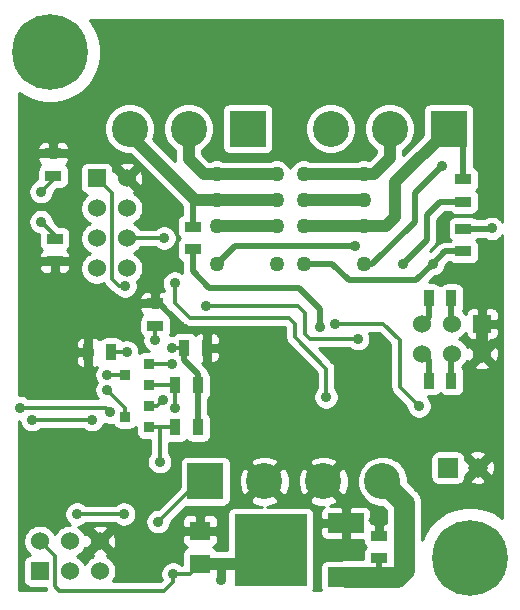
<source format=gbl>
G04 #@! TF.GenerationSoftware,KiCad,Pcbnew,(5.1.5)-3*
G04 #@! TF.CreationDate,2021-08-30T19:46:02+02:00*
G04 #@! TF.ProjectId,wa2,7761322e-6b69-4636-9164-5f7063625858,0428 -*
G04 #@! TF.SameCoordinates,Original*
G04 #@! TF.FileFunction,Copper,L2,Bot*
G04 #@! TF.FilePolarity,Positive*
%FSLAX46Y46*%
G04 Gerber Fmt 4.6, Leading zero omitted, Abs format (unit mm)*
G04 Created by KiCad (PCBNEW (5.1.5)-3) date 2021-08-30 19:46:02*
%MOMM*%
%LPD*%
G04 APERTURE LIST*
%ADD10C,6.400800*%
%ADD11R,1.397000X0.889000*%
%ADD12R,0.889000X1.397000*%
%ADD13R,1.803400X1.600200*%
%ADD14R,1.651000X1.651000*%
%ADD15C,1.651000*%
%ADD16C,3.048000*%
%ADD17R,3.048000X3.048000*%
%ADD18R,1.524000X1.524000*%
%ADD19C,1.524000*%
%ADD20R,0.914400X0.914400*%
%ADD21C,1.270000*%
%ADD22R,3.048000X1.651000*%
%ADD23R,6.096000X6.096000*%
%ADD24C,0.889000*%
%ADD25C,1.016000*%
%ADD26C,0.304800*%
%ADD27C,0.508000*%
%ADD28C,0.762000*%
%ADD29C,1.778000*%
%ADD30C,0.254000*%
G04 APERTURE END LIST*
D10*
X156083000Y-120777000D03*
X120523000Y-77978000D03*
D11*
X148336000Y-120840500D03*
X148336000Y-118935500D03*
D12*
X125666500Y-103378000D03*
X123761500Y-103378000D03*
D11*
X129413000Y-99250500D03*
X129413000Y-101155500D03*
D12*
X133794500Y-102997000D03*
X131889500Y-102997000D03*
D13*
X133223000Y-121285000D03*
X133223000Y-118491000D03*
D14*
X154178000Y-113157000D03*
D15*
X156718000Y-113157000D03*
D11*
X120777000Y-88455500D03*
X120777000Y-86550500D03*
X120904000Y-95694500D03*
X120904000Y-93789500D03*
D16*
X144264380Y-84455000D03*
D17*
X154264360Y-84455000D03*
D16*
X149265640Y-84455000D03*
X132247640Y-84455000D03*
D17*
X137246360Y-84455000D03*
D16*
X127246380Y-84455000D03*
X148643340Y-114300000D03*
X138643360Y-114300000D03*
D17*
X133644640Y-114300000D03*
D16*
X143644620Y-114300000D03*
D18*
X119634000Y-121920000D03*
D19*
X119634000Y-119380000D03*
X122174000Y-121920000D03*
X122174000Y-119380000D03*
X124714000Y-121920000D03*
X124714000Y-119380000D03*
X152019000Y-103505000D03*
X152019000Y-100965000D03*
X154559000Y-103505000D03*
X154559000Y-100965000D03*
X157099000Y-103505000D03*
D18*
X157099000Y-100965000D03*
X124460000Y-88646000D03*
D19*
X127000000Y-88646000D03*
X124460000Y-91186000D03*
X127000000Y-91186000D03*
X124460000Y-93726000D03*
X127000000Y-93726000D03*
X124460000Y-96266000D03*
X127000000Y-96266000D03*
D20*
X128905000Y-106172000D03*
X128905000Y-104394000D03*
X126873000Y-105283000D03*
X126873000Y-108839000D03*
X128905000Y-107950000D03*
X128905000Y-109728000D03*
D12*
X154495500Y-98806000D03*
X152590500Y-98806000D03*
X152590500Y-105791000D03*
X154495500Y-105791000D03*
D11*
X132588000Y-94678500D03*
X132588000Y-92773500D03*
X155500000Y-90652500D03*
X155500000Y-88747500D03*
X155500000Y-92947500D03*
X155500000Y-94852500D03*
D12*
X133032500Y-106172000D03*
X131127500Y-106172000D03*
X131127500Y-109728000D03*
X133032500Y-109728000D03*
D21*
X147066000Y-95910400D03*
X141986000Y-95910400D03*
X147066000Y-92710000D03*
X147066000Y-90510360D03*
X147066000Y-88310720D03*
X141986000Y-92710000D03*
X141986000Y-90510360D03*
X141986000Y-88310720D03*
X134620000Y-88310720D03*
X134620000Y-90510360D03*
X134620000Y-92710000D03*
X139700000Y-88310720D03*
X139700000Y-90510360D03*
X139700000Y-92710000D03*
X134620000Y-95910400D03*
X139700000Y-95910400D03*
D22*
X145542000Y-117856000D03*
D23*
X139192000Y-120142000D03*
D22*
X145542000Y-122428000D03*
D24*
X130937000Y-122174000D03*
X129413000Y-102362000D03*
X127000000Y-103378000D03*
X130810000Y-102997000D03*
X126873000Y-97790000D03*
X135001000Y-122682000D03*
X153670000Y-87630000D03*
X152908000Y-95885000D03*
X146304000Y-94361000D03*
X150368000Y-95885000D03*
X126619000Y-112649000D03*
X135636000Y-103886000D03*
X145923000Y-106172000D03*
X127762000Y-101473000D03*
X130683000Y-120650000D03*
X123825000Y-106680000D03*
X130048000Y-107442000D03*
X125349000Y-106553000D03*
X129794000Y-112649000D03*
X130810000Y-104394000D03*
X125349000Y-105283000D03*
X131064000Y-108077000D03*
X130175000Y-93726000D03*
X146558000Y-102235000D03*
X133731000Y-99441000D03*
X131064000Y-97536000D03*
X143891000Y-107188000D03*
X157900000Y-92900000D03*
X117983000Y-108077000D03*
X119761000Y-89789000D03*
X125603000Y-108458000D03*
X124079000Y-109093000D03*
X119761000Y-92329000D03*
X118999000Y-109093000D03*
X129667000Y-117729000D03*
X151765000Y-107950000D03*
X144653000Y-100965000D03*
X122809000Y-117094000D03*
X126746000Y-117094000D03*
X143383000Y-101219000D03*
D25*
X135001000Y-121285000D02*
X133223000Y-121285000D01*
D26*
X129413000Y-101155500D02*
X129413000Y-102362000D01*
X132334000Y-122174000D02*
X133223000Y-121285000D01*
X130937000Y-122174000D02*
X132334000Y-122174000D01*
D25*
X139192000Y-120142000D02*
X138049000Y-121285000D01*
X138049000Y-121285000D02*
X135001000Y-121285000D01*
D26*
X125666500Y-103378000D02*
X127000000Y-103378000D01*
X131889500Y-102997000D02*
X130810000Y-102997000D01*
X119634000Y-119380000D02*
X120904000Y-120650000D01*
D27*
X133032500Y-109728000D02*
X133032500Y-106172000D01*
D26*
X130937000Y-122809000D02*
X130937000Y-122174000D01*
D27*
X133032500Y-106172000D02*
X133032500Y-105473500D01*
X133032500Y-105473500D02*
X133032500Y-105219500D01*
X133032500Y-105219500D02*
X131889500Y-104076500D01*
X131889500Y-104076500D02*
X131889500Y-102997000D01*
D26*
X125730000Y-97155000D02*
X125730000Y-89916000D01*
X120904000Y-120650000D02*
X120904000Y-123190000D01*
X125730000Y-89916000D02*
X124460000Y-88646000D01*
X130175000Y-123571000D02*
X130937000Y-122809000D01*
X121285000Y-123571000D02*
X130175000Y-123571000D01*
X120904000Y-123190000D02*
X121285000Y-123571000D01*
X126365000Y-97790000D02*
X125730000Y-97155000D01*
X126873000Y-97790000D02*
X126365000Y-97790000D01*
D28*
X135001000Y-122682000D02*
X135001000Y-121285000D01*
D27*
X151384000Y-89916000D02*
X153670000Y-87630000D01*
X147066000Y-95910400D02*
X147802600Y-95910400D01*
X147802600Y-95910400D02*
X151384000Y-92329000D01*
X151384000Y-92329000D02*
X151384000Y-89916000D01*
X155500000Y-94852500D02*
X153940500Y-94852500D01*
X153940500Y-94852500D02*
X152908000Y-95885000D01*
X144424400Y-95910400D02*
X145796000Y-97282000D01*
X141986000Y-95910400D02*
X144424400Y-95910400D01*
X145796000Y-97282000D02*
X151511000Y-97282000D01*
X151511000Y-97282000D02*
X152908000Y-95885000D01*
X134620000Y-95910400D02*
X136169400Y-94361000D01*
X136169400Y-94361000D02*
X146304000Y-94361000D01*
X150368000Y-95885000D02*
X152400000Y-93853000D01*
X153547500Y-90652500D02*
X155500000Y-90652500D01*
X152400000Y-91800000D02*
X153547500Y-90652500D01*
X152400000Y-93853000D02*
X152400000Y-91800000D01*
D25*
X147066000Y-90510360D02*
X141986000Y-90510360D01*
D27*
X155500000Y-88747500D02*
X155500000Y-85690640D01*
X155500000Y-85690640D02*
X154264360Y-84455000D01*
D25*
X148971000Y-92710000D02*
X149733000Y-91948000D01*
X149733000Y-88986360D02*
X154264360Y-84455000D01*
X141986000Y-92710000D02*
X147066000Y-92710000D01*
X149733000Y-91948000D02*
X149733000Y-88986360D01*
X147066000Y-92710000D02*
X148971000Y-92710000D01*
D27*
X154813000Y-85003640D02*
X154264360Y-84455000D01*
D25*
X147909280Y-88310720D02*
X149265640Y-86954360D01*
X147066000Y-88310720D02*
X147909280Y-88310720D01*
X141986000Y-88310720D02*
X147066000Y-88310720D01*
X149265640Y-86954360D02*
X149265640Y-84455000D01*
D27*
X132588000Y-90723720D02*
X132801360Y-90510360D01*
D25*
X132801360Y-90510360D02*
X127246380Y-84955380D01*
X134620000Y-90510360D02*
X139700000Y-90510360D01*
X134620000Y-90510360D02*
X132801360Y-90510360D01*
X127246380Y-84955380D02*
X127246380Y-84455000D01*
D27*
X132588000Y-92773500D02*
X132588000Y-90723720D01*
D25*
X134620000Y-92710000D02*
X139700000Y-92710000D01*
X132247640Y-87035640D02*
X132247640Y-84455000D01*
X133522720Y-88310720D02*
X132247640Y-87035640D01*
X134620000Y-88310720D02*
X139700000Y-88310720D01*
X134620000Y-88310720D02*
X133522720Y-88310720D01*
D27*
X133350000Y-101473000D02*
X133794500Y-101917500D01*
X131953000Y-101473000D02*
X133350000Y-101473000D01*
D25*
X157099000Y-103505000D02*
X157099000Y-100965000D01*
D27*
X133794500Y-101917500D02*
X133794500Y-102997000D01*
X129413000Y-99250500D02*
X129730500Y-99250500D01*
X129730500Y-99250500D02*
X131953000Y-101473000D01*
D26*
X128905000Y-107950000D02*
X129540000Y-107950000D01*
X129540000Y-107950000D02*
X130048000Y-107442000D01*
X126873000Y-108839000D02*
X126873000Y-108077000D01*
X126873000Y-108077000D02*
X125349000Y-106553000D01*
X129794000Y-109728000D02*
X131127500Y-109728000D01*
X128905000Y-109728000D02*
X129794000Y-109728000D01*
X129794000Y-112649000D02*
X129794000Y-109728000D01*
X130810000Y-104394000D02*
X128905000Y-104394000D01*
X126873000Y-105283000D02*
X125349000Y-105283000D01*
X128905000Y-106172000D02*
X131127500Y-106172000D01*
X131064000Y-108077000D02*
X131127500Y-108013500D01*
X131127500Y-108013500D02*
X131127500Y-106172000D01*
X130175000Y-93726000D02*
X127000000Y-93726000D01*
X142113000Y-101854000D02*
X142494000Y-102235000D01*
X142494000Y-102235000D02*
X146558000Y-102235000D01*
X133731000Y-99441000D02*
X141478000Y-99441000D01*
X141478000Y-99441000D02*
X142113000Y-100076000D01*
X142113000Y-100076000D02*
X142113000Y-101854000D01*
X131064000Y-99187000D02*
X131064000Y-97536000D01*
X141224000Y-102108000D02*
X141224000Y-100965000D01*
X140716000Y-100457000D02*
X132334000Y-100457000D01*
X143891000Y-107188000D02*
X143891000Y-104775000D01*
X132334000Y-100457000D02*
X131064000Y-99187000D01*
X143891000Y-104775000D02*
X141224000Y-102108000D01*
X141224000Y-100965000D02*
X140716000Y-100457000D01*
D27*
X155500000Y-92947500D02*
X157852500Y-92947500D01*
X157852500Y-92947500D02*
X157900000Y-92900000D01*
D29*
X149860000Y-122428000D02*
X150495000Y-121793000D01*
X150495000Y-121793000D02*
X150495000Y-116151660D01*
X150495000Y-116151660D02*
X148643340Y-114300000D01*
X148336000Y-122428000D02*
X149860000Y-122428000D01*
X145542000Y-122428000D02*
X148336000Y-122428000D01*
D27*
X148336000Y-120840500D02*
X148336000Y-122428000D01*
D26*
X125222000Y-108077000D02*
X117983000Y-108077000D01*
X119761000Y-89789000D02*
X120777000Y-88773000D01*
X120777000Y-88773000D02*
X120777000Y-88455500D01*
X125603000Y-108458000D02*
X125222000Y-108077000D01*
X124079000Y-109093000D02*
X118999000Y-109093000D01*
X119761000Y-92329000D02*
X120904000Y-93472000D01*
X120904000Y-93472000D02*
X120904000Y-93789500D01*
X133096000Y-114300000D02*
X133644640Y-114300000D01*
X129667000Y-117729000D02*
X133096000Y-114300000D01*
X129667000Y-117729000D02*
X129667000Y-117729000D01*
D27*
X154495500Y-105791000D02*
X154495500Y-103568500D01*
X154559000Y-100965000D02*
X154495500Y-100901500D01*
X154495500Y-100901500D02*
X154495500Y-98806000D01*
X154495500Y-103568500D02*
X154559000Y-103505000D01*
X152019000Y-100965000D02*
X152590500Y-100393500D01*
X152590500Y-100393500D02*
X152590500Y-98806000D01*
X152590500Y-105791000D02*
X152590500Y-104076500D01*
X152590500Y-104076500D02*
X152019000Y-103505000D01*
D26*
X150114000Y-102362000D02*
X150114000Y-106299000D01*
X150114000Y-106299000D02*
X151765000Y-107950000D01*
X144653000Y-100965000D02*
X148717000Y-100965000D01*
X148717000Y-100965000D02*
X150114000Y-102362000D01*
X126746000Y-117094000D02*
X122809000Y-117094000D01*
D27*
X133985000Y-97917000D02*
X132588000Y-96520000D01*
X143383000Y-99695000D02*
X141605000Y-97917000D01*
X143383000Y-101219000D02*
X143383000Y-99695000D01*
X141605000Y-97917000D02*
X133985000Y-97917000D01*
X132588000Y-96520000D02*
X132588000Y-94678500D01*
D30*
G36*
X158813501Y-117396029D02*
G01*
X158133152Y-116941434D01*
X157345478Y-116615169D01*
X156509287Y-116448840D01*
X155656713Y-116448840D01*
X154820522Y-116615169D01*
X154032848Y-116941434D01*
X153323959Y-117415099D01*
X152721099Y-118017959D01*
X152247434Y-118726848D01*
X152019000Y-119278337D01*
X152019000Y-116226511D01*
X152026372Y-116151660D01*
X152019000Y-116076809D01*
X152019000Y-116076801D01*
X151996948Y-115852904D01*
X151909804Y-115565629D01*
X151768290Y-115300875D01*
X151754456Y-115284018D01*
X151625564Y-115126962D01*
X151625560Y-115126958D01*
X151577844Y-115068816D01*
X151519702Y-115021100D01*
X150802340Y-114303738D01*
X150802340Y-114087357D01*
X150719370Y-113670243D01*
X150556621Y-113277330D01*
X150320344Y-112923718D01*
X150019622Y-112622996D01*
X149666010Y-112386719D01*
X149532699Y-112331500D01*
X152714428Y-112331500D01*
X152714428Y-113982500D01*
X152726688Y-114106982D01*
X152762998Y-114226680D01*
X152821963Y-114336994D01*
X152901315Y-114433685D01*
X152998006Y-114513037D01*
X153108320Y-114572002D01*
X153228018Y-114608312D01*
X153352500Y-114620572D01*
X155003500Y-114620572D01*
X155127982Y-114608312D01*
X155247680Y-114572002D01*
X155357994Y-114513037D01*
X155454685Y-114433685D01*
X155534037Y-114336994D01*
X155583485Y-114244484D01*
X155989727Y-114244484D01*
X156073894Y-114475666D01*
X156343530Y-114575987D01*
X156627555Y-114621777D01*
X156915057Y-114611278D01*
X157194987Y-114544890D01*
X157362106Y-114475666D01*
X157446273Y-114244484D01*
X156718000Y-113516210D01*
X155989727Y-114244484D01*
X155583485Y-114244484D01*
X155593002Y-114226680D01*
X155629312Y-114106982D01*
X155641572Y-113982500D01*
X155641572Y-113874217D01*
X156358790Y-113157000D01*
X157077210Y-113157000D01*
X157805484Y-113885273D01*
X158036666Y-113801106D01*
X158136987Y-113531470D01*
X158182777Y-113247445D01*
X158172278Y-112959943D01*
X158105890Y-112680013D01*
X158036666Y-112512894D01*
X157805484Y-112428727D01*
X157077210Y-113157000D01*
X156358790Y-113157000D01*
X155641572Y-112439783D01*
X155641572Y-112331500D01*
X155629312Y-112207018D01*
X155593002Y-112087320D01*
X155583486Y-112069516D01*
X155989727Y-112069516D01*
X156718000Y-112797790D01*
X157446273Y-112069516D01*
X157362106Y-111838334D01*
X157092470Y-111738013D01*
X156808445Y-111692223D01*
X156520943Y-111702722D01*
X156241013Y-111769110D01*
X156073894Y-111838334D01*
X155989727Y-112069516D01*
X155583486Y-112069516D01*
X155534037Y-111977006D01*
X155454685Y-111880315D01*
X155357994Y-111800963D01*
X155247680Y-111741998D01*
X155127982Y-111705688D01*
X155003500Y-111693428D01*
X153352500Y-111693428D01*
X153228018Y-111705688D01*
X153108320Y-111741998D01*
X152998006Y-111800963D01*
X152901315Y-111880315D01*
X152821963Y-111977006D01*
X152762998Y-112087320D01*
X152726688Y-112207018D01*
X152714428Y-112331500D01*
X149532699Y-112331500D01*
X149273097Y-112223970D01*
X148855983Y-112141000D01*
X148430697Y-112141000D01*
X148013583Y-112223970D01*
X147620670Y-112386719D01*
X147267058Y-112622996D01*
X146966336Y-112923718D01*
X146730059Y-113277330D01*
X146567310Y-113670243D01*
X146484340Y-114087357D01*
X146484340Y-114512643D01*
X146567310Y-114929757D01*
X146730059Y-115322670D01*
X146966336Y-115676282D01*
X147267058Y-115977004D01*
X147620670Y-116213281D01*
X148013583Y-116376030D01*
X148430697Y-116459000D01*
X148647078Y-116459000D01*
X148971001Y-116782923D01*
X148971001Y-117853611D01*
X148748750Y-117856000D01*
X148590000Y-118014750D01*
X148590000Y-118681500D01*
X148610000Y-118681500D01*
X148610000Y-119189500D01*
X148590000Y-119189500D01*
X148590000Y-119209500D01*
X148082000Y-119209500D01*
X148082000Y-119189500D01*
X148062000Y-119189500D01*
X148062000Y-118681500D01*
X148082000Y-118681500D01*
X148082000Y-118014750D01*
X147923250Y-117856000D01*
X147701000Y-117853611D01*
X147701000Y-117601998D01*
X147542252Y-117601998D01*
X147701000Y-117443250D01*
X147704072Y-117030500D01*
X147691812Y-116906018D01*
X147655502Y-116786320D01*
X147596537Y-116676006D01*
X147517185Y-116579315D01*
X147420494Y-116499963D01*
X147310180Y-116440998D01*
X147190482Y-116404688D01*
X147066000Y-116392428D01*
X145954750Y-116395500D01*
X145796000Y-116554250D01*
X145796000Y-117602000D01*
X145816000Y-117602000D01*
X145816000Y-118110000D01*
X145796000Y-118110000D01*
X145796000Y-119157750D01*
X145954750Y-119316500D01*
X147031274Y-119319476D01*
X147002500Y-119348250D01*
X146999428Y-119380000D01*
X147011688Y-119504482D01*
X147047998Y-119624180D01*
X147106963Y-119734494D01*
X147186315Y-119831185D01*
X147255544Y-119888000D01*
X147186315Y-119944815D01*
X147106963Y-120041506D01*
X147047998Y-120151820D01*
X147011688Y-120271518D01*
X146999428Y-120396000D01*
X146999428Y-120904000D01*
X145467141Y-120904000D01*
X145243244Y-120926052D01*
X145116735Y-120964428D01*
X144018000Y-120964428D01*
X143893518Y-120976688D01*
X143773820Y-121012998D01*
X143663506Y-121071963D01*
X143566815Y-121151315D01*
X143487463Y-121248006D01*
X143428498Y-121358320D01*
X143392188Y-121478018D01*
X143379928Y-121602500D01*
X143379928Y-123253500D01*
X143392188Y-123377982D01*
X143428498Y-123497680D01*
X143433747Y-123507500D01*
X142790311Y-123507500D01*
X142829502Y-123434180D01*
X142865812Y-123314482D01*
X142878072Y-123190000D01*
X142878072Y-118681500D01*
X143379928Y-118681500D01*
X143392188Y-118805982D01*
X143428498Y-118925680D01*
X143487463Y-119035994D01*
X143566815Y-119132685D01*
X143663506Y-119212037D01*
X143773820Y-119271002D01*
X143893518Y-119307312D01*
X144018000Y-119319572D01*
X145129250Y-119316500D01*
X145288000Y-119157750D01*
X145288000Y-118110000D01*
X143541750Y-118110000D01*
X143383000Y-118268750D01*
X143379928Y-118681500D01*
X142878072Y-118681500D01*
X142878072Y-117094000D01*
X142865812Y-116969518D01*
X142829502Y-116849820D01*
X142770537Y-116739506D01*
X142691185Y-116642815D01*
X142594494Y-116563463D01*
X142484180Y-116504498D01*
X142364482Y-116468188D01*
X142240000Y-116455928D01*
X138851365Y-116455928D01*
X139231275Y-116388265D01*
X139627378Y-116233443D01*
X139704268Y-116192345D01*
X139874142Y-115889992D01*
X142413838Y-115889992D01*
X142583712Y-116192345D01*
X142973276Y-116362957D01*
X143388638Y-116454291D01*
X143735895Y-116461270D01*
X143663506Y-116499963D01*
X143566815Y-116579315D01*
X143487463Y-116676006D01*
X143428498Y-116786320D01*
X143392188Y-116906018D01*
X143379928Y-117030500D01*
X143383000Y-117443250D01*
X143541750Y-117602000D01*
X145288000Y-117602000D01*
X145288000Y-116554250D01*
X145129250Y-116395500D01*
X144206239Y-116392948D01*
X144232535Y-116388265D01*
X144628638Y-116233443D01*
X144705528Y-116192345D01*
X144875402Y-115889992D01*
X143644620Y-114659210D01*
X142413838Y-115889992D01*
X139874142Y-115889992D01*
X138643360Y-114659210D01*
X137412578Y-115889992D01*
X137582452Y-116192345D01*
X137972016Y-116362957D01*
X138387378Y-116454291D01*
X138468835Y-116455928D01*
X136144000Y-116455928D01*
X136019518Y-116468188D01*
X135899820Y-116504498D01*
X135789506Y-116563463D01*
X135692815Y-116642815D01*
X135613463Y-116739506D01*
X135554498Y-116849820D01*
X135518188Y-116969518D01*
X135505928Y-117094000D01*
X135505928Y-120142000D01*
X134661434Y-120142000D01*
X134655237Y-120130406D01*
X134575885Y-120033715D01*
X134479194Y-119954363D01*
X134368880Y-119895398D01*
X134344492Y-119888000D01*
X134368880Y-119880602D01*
X134479194Y-119821637D01*
X134575885Y-119742285D01*
X134655237Y-119645594D01*
X134714202Y-119535280D01*
X134750512Y-119415582D01*
X134762772Y-119291100D01*
X134759700Y-118903750D01*
X134600950Y-118745000D01*
X133477000Y-118745000D01*
X133477000Y-118765000D01*
X132969000Y-118765000D01*
X132969000Y-118745000D01*
X131845050Y-118745000D01*
X131686300Y-118903750D01*
X131683228Y-119291100D01*
X131695488Y-119415582D01*
X131731798Y-119535280D01*
X131790763Y-119645594D01*
X131870115Y-119742285D01*
X131966806Y-119821637D01*
X132077120Y-119880602D01*
X132101508Y-119888000D01*
X132077120Y-119895398D01*
X131966806Y-119954363D01*
X131870115Y-120033715D01*
X131790763Y-120130406D01*
X131731798Y-120240720D01*
X131695488Y-120360418D01*
X131683228Y-120484900D01*
X131683228Y-121386600D01*
X131676243Y-121386600D01*
X131625141Y-121335498D01*
X131448335Y-121217360D01*
X131251878Y-121135985D01*
X131043321Y-121094500D01*
X130830679Y-121094500D01*
X130622122Y-121135985D01*
X130425665Y-121217360D01*
X130248859Y-121335498D01*
X130098498Y-121485859D01*
X129980360Y-121662665D01*
X129898985Y-121859122D01*
X129857500Y-122067679D01*
X129857500Y-122280321D01*
X129898985Y-122488878D01*
X129970623Y-122661827D01*
X129848849Y-122783600D01*
X125817117Y-122783600D01*
X125952005Y-122581727D01*
X126057314Y-122327490D01*
X126111000Y-122057592D01*
X126111000Y-121782408D01*
X126057314Y-121512510D01*
X125952005Y-121258273D01*
X125799120Y-121029465D01*
X125604535Y-120834880D01*
X125375727Y-120681995D01*
X125304674Y-120652564D01*
X125319999Y-120646216D01*
X125396234Y-120421444D01*
X124714000Y-119739210D01*
X124031766Y-120421444D01*
X124108001Y-120646216D01*
X124124336Y-120652145D01*
X124052273Y-120681995D01*
X123823465Y-120834880D01*
X123628880Y-121029465D01*
X123475995Y-121258273D01*
X123444000Y-121335515D01*
X123412005Y-121258273D01*
X123259120Y-121029465D01*
X123064535Y-120834880D01*
X122835727Y-120681995D01*
X122758485Y-120650000D01*
X122835727Y-120618005D01*
X123064535Y-120465120D01*
X123259120Y-120270535D01*
X123412005Y-120041727D01*
X123441436Y-119970674D01*
X123447784Y-119985999D01*
X123672556Y-120062234D01*
X124354790Y-119380000D01*
X125073210Y-119380000D01*
X125755444Y-120062234D01*
X125980216Y-119985999D01*
X126074111Y-119727329D01*
X126115737Y-119455310D01*
X126103495Y-119180398D01*
X126037855Y-118913157D01*
X125980216Y-118774001D01*
X125755444Y-118697766D01*
X125073210Y-119380000D01*
X124354790Y-119380000D01*
X123672556Y-118697766D01*
X123447784Y-118774001D01*
X123441855Y-118790336D01*
X123412005Y-118718273D01*
X123259120Y-118489465D01*
X123108211Y-118338556D01*
X124031766Y-118338556D01*
X124714000Y-119020790D01*
X125396234Y-118338556D01*
X125319999Y-118113784D01*
X125061329Y-118019889D01*
X124789310Y-117978263D01*
X124514398Y-117990505D01*
X124247157Y-118056145D01*
X124108001Y-118113784D01*
X124031766Y-118338556D01*
X123108211Y-118338556D01*
X123064535Y-118294880D01*
X122882877Y-118173500D01*
X122915321Y-118173500D01*
X123123878Y-118132015D01*
X123320335Y-118050640D01*
X123497141Y-117932502D01*
X123548243Y-117881400D01*
X126006757Y-117881400D01*
X126057859Y-117932502D01*
X126234665Y-118050640D01*
X126431122Y-118132015D01*
X126639679Y-118173500D01*
X126852321Y-118173500D01*
X127060878Y-118132015D01*
X127257335Y-118050640D01*
X127434141Y-117932502D01*
X127584502Y-117782141D01*
X127691051Y-117622679D01*
X128587500Y-117622679D01*
X128587500Y-117835321D01*
X128628985Y-118043878D01*
X128710360Y-118240335D01*
X128828498Y-118417141D01*
X128978859Y-118567502D01*
X129155665Y-118685640D01*
X129352122Y-118767015D01*
X129560679Y-118808500D01*
X129773321Y-118808500D01*
X129981878Y-118767015D01*
X130178335Y-118685640D01*
X130355141Y-118567502D01*
X130505502Y-118417141D01*
X130623640Y-118240335D01*
X130705015Y-118043878D01*
X130746500Y-117835321D01*
X130746500Y-117763050D01*
X130818650Y-117690900D01*
X131683228Y-117690900D01*
X131686300Y-118078250D01*
X131845050Y-118237000D01*
X132969000Y-118237000D01*
X132969000Y-117214650D01*
X133477000Y-117214650D01*
X133477000Y-118237000D01*
X134600950Y-118237000D01*
X134759700Y-118078250D01*
X134762772Y-117690900D01*
X134750512Y-117566418D01*
X134714202Y-117446720D01*
X134655237Y-117336406D01*
X134575885Y-117239715D01*
X134479194Y-117160363D01*
X134368880Y-117101398D01*
X134249182Y-117065088D01*
X134124700Y-117052828D01*
X133635750Y-117055900D01*
X133477000Y-117214650D01*
X132969000Y-117214650D01*
X132810250Y-117055900D01*
X132321300Y-117052828D01*
X132196818Y-117065088D01*
X132077120Y-117101398D01*
X131966806Y-117160363D01*
X131870115Y-117239715D01*
X131790763Y-117336406D01*
X131731798Y-117446720D01*
X131695488Y-117566418D01*
X131683228Y-117690900D01*
X130818650Y-117690900D01*
X132054039Y-116455513D01*
X132120640Y-116462072D01*
X135168640Y-116462072D01*
X135293122Y-116449812D01*
X135412820Y-116413502D01*
X135523134Y-116354537D01*
X135619825Y-116275185D01*
X135699177Y-116178494D01*
X135758142Y-116068180D01*
X135794452Y-115948482D01*
X135806712Y-115824000D01*
X135806712Y-114469218D01*
X136480524Y-114469218D01*
X136555095Y-114887915D01*
X136709917Y-115284018D01*
X136751015Y-115360908D01*
X137053368Y-115530782D01*
X138284150Y-114300000D01*
X139002570Y-114300000D01*
X140233352Y-115530782D01*
X140535705Y-115360908D01*
X140706317Y-114971344D01*
X140797651Y-114555982D01*
X140799394Y-114469218D01*
X141481784Y-114469218D01*
X141556355Y-114887915D01*
X141711177Y-115284018D01*
X141752275Y-115360908D01*
X142054628Y-115530782D01*
X143285410Y-114300000D01*
X144003830Y-114300000D01*
X145234612Y-115530782D01*
X145536965Y-115360908D01*
X145707577Y-114971344D01*
X145798911Y-114555982D01*
X145807456Y-114130782D01*
X145732885Y-113712085D01*
X145578063Y-113315982D01*
X145536965Y-113239092D01*
X145234612Y-113069218D01*
X144003830Y-114300000D01*
X143285410Y-114300000D01*
X142054628Y-113069218D01*
X141752275Y-113239092D01*
X141581663Y-113628656D01*
X141490329Y-114044018D01*
X141481784Y-114469218D01*
X140799394Y-114469218D01*
X140806196Y-114130782D01*
X140731625Y-113712085D01*
X140576803Y-113315982D01*
X140535705Y-113239092D01*
X140233352Y-113069218D01*
X139002570Y-114300000D01*
X138284150Y-114300000D01*
X137053368Y-113069218D01*
X136751015Y-113239092D01*
X136580403Y-113628656D01*
X136489069Y-114044018D01*
X136480524Y-114469218D01*
X135806712Y-114469218D01*
X135806712Y-112776000D01*
X135800213Y-112710008D01*
X137412578Y-112710008D01*
X138643360Y-113940790D01*
X139874142Y-112710008D01*
X142413838Y-112710008D01*
X143644620Y-113940790D01*
X144875402Y-112710008D01*
X144705528Y-112407655D01*
X144315964Y-112237043D01*
X143900602Y-112145709D01*
X143475402Y-112137164D01*
X143056705Y-112211735D01*
X142660602Y-112366557D01*
X142583712Y-112407655D01*
X142413838Y-112710008D01*
X139874142Y-112710008D01*
X139704268Y-112407655D01*
X139314704Y-112237043D01*
X138899342Y-112145709D01*
X138474142Y-112137164D01*
X138055445Y-112211735D01*
X137659342Y-112366557D01*
X137582452Y-112407655D01*
X137412578Y-112710008D01*
X135800213Y-112710008D01*
X135794452Y-112651518D01*
X135758142Y-112531820D01*
X135699177Y-112421506D01*
X135619825Y-112324815D01*
X135523134Y-112245463D01*
X135412820Y-112186498D01*
X135293122Y-112150188D01*
X135168640Y-112137928D01*
X132120640Y-112137928D01*
X131996158Y-112150188D01*
X131876460Y-112186498D01*
X131766146Y-112245463D01*
X131669455Y-112324815D01*
X131590103Y-112421506D01*
X131531138Y-112531820D01*
X131494828Y-112651518D01*
X131482568Y-112776000D01*
X131482568Y-114799881D01*
X129632950Y-116649500D01*
X129560679Y-116649500D01*
X129352122Y-116690985D01*
X129155665Y-116772360D01*
X128978859Y-116890498D01*
X128828498Y-117040859D01*
X128710360Y-117217665D01*
X128628985Y-117414122D01*
X128587500Y-117622679D01*
X127691051Y-117622679D01*
X127702640Y-117605335D01*
X127784015Y-117408878D01*
X127825500Y-117200321D01*
X127825500Y-116987679D01*
X127784015Y-116779122D01*
X127702640Y-116582665D01*
X127584502Y-116405859D01*
X127434141Y-116255498D01*
X127257335Y-116137360D01*
X127060878Y-116055985D01*
X126852321Y-116014500D01*
X126639679Y-116014500D01*
X126431122Y-116055985D01*
X126234665Y-116137360D01*
X126057859Y-116255498D01*
X126006757Y-116306600D01*
X123548243Y-116306600D01*
X123497141Y-116255498D01*
X123320335Y-116137360D01*
X123123878Y-116055985D01*
X122915321Y-116014500D01*
X122702679Y-116014500D01*
X122494122Y-116055985D01*
X122297665Y-116137360D01*
X122120859Y-116255498D01*
X121970498Y-116405859D01*
X121852360Y-116582665D01*
X121770985Y-116779122D01*
X121729500Y-116987679D01*
X121729500Y-117200321D01*
X121770985Y-117408878D01*
X121852360Y-117605335D01*
X121970498Y-117782141D01*
X122120859Y-117932502D01*
X122196435Y-117983000D01*
X122036408Y-117983000D01*
X121766510Y-118036686D01*
X121512273Y-118141995D01*
X121283465Y-118294880D01*
X121088880Y-118489465D01*
X120935995Y-118718273D01*
X120904000Y-118795515D01*
X120872005Y-118718273D01*
X120719120Y-118489465D01*
X120524535Y-118294880D01*
X120295727Y-118141995D01*
X120041490Y-118036686D01*
X119771592Y-117983000D01*
X119496408Y-117983000D01*
X119226510Y-118036686D01*
X118972273Y-118141995D01*
X118743465Y-118294880D01*
X118548880Y-118489465D01*
X118395995Y-118718273D01*
X118290686Y-118972510D01*
X118237000Y-119242408D01*
X118237000Y-119517592D01*
X118290686Y-119787490D01*
X118395995Y-120041727D01*
X118548880Y-120270535D01*
X118743465Y-120465120D01*
X118831465Y-120523920D01*
X118747518Y-120532188D01*
X118627820Y-120568498D01*
X118517506Y-120627463D01*
X118420815Y-120706815D01*
X118341463Y-120803506D01*
X118282498Y-120913820D01*
X118246188Y-121033518D01*
X118233928Y-121158000D01*
X118233928Y-122682000D01*
X118246188Y-122806482D01*
X118282498Y-122926180D01*
X118341463Y-123036494D01*
X118420815Y-123133185D01*
X118517506Y-123212537D01*
X118627820Y-123271502D01*
X118747518Y-123307812D01*
X118872000Y-123320072D01*
X120125603Y-123320072D01*
X120127995Y-123344357D01*
X120173018Y-123492782D01*
X120180885Y-123507500D01*
X117919500Y-123507500D01*
X117919500Y-109199321D01*
X117960985Y-109407878D01*
X118042360Y-109604335D01*
X118160498Y-109781141D01*
X118310859Y-109931502D01*
X118487665Y-110049640D01*
X118684122Y-110131015D01*
X118892679Y-110172500D01*
X119105321Y-110172500D01*
X119313878Y-110131015D01*
X119510335Y-110049640D01*
X119687141Y-109931502D01*
X119738243Y-109880400D01*
X123339757Y-109880400D01*
X123390859Y-109931502D01*
X123567665Y-110049640D01*
X123764122Y-110131015D01*
X123972679Y-110172500D01*
X124185321Y-110172500D01*
X124393878Y-110131015D01*
X124590335Y-110049640D01*
X124767141Y-109931502D01*
X124917502Y-109781141D01*
X125035640Y-109604335D01*
X125110912Y-109422612D01*
X125288122Y-109496015D01*
X125496679Y-109537500D01*
X125709321Y-109537500D01*
X125818817Y-109515720D01*
X125826298Y-109540380D01*
X125885263Y-109650694D01*
X125964615Y-109747385D01*
X126061306Y-109826737D01*
X126171620Y-109885702D01*
X126291318Y-109922012D01*
X126415800Y-109934272D01*
X127330200Y-109934272D01*
X127454682Y-109922012D01*
X127574380Y-109885702D01*
X127684694Y-109826737D01*
X127781385Y-109747385D01*
X127809728Y-109712849D01*
X127809728Y-110185200D01*
X127821988Y-110309682D01*
X127858298Y-110429380D01*
X127917263Y-110539694D01*
X127996615Y-110636385D01*
X128093306Y-110715737D01*
X128203620Y-110774702D01*
X128323318Y-110811012D01*
X128447800Y-110823272D01*
X129006601Y-110823272D01*
X129006600Y-111909757D01*
X128955498Y-111960859D01*
X128837360Y-112137665D01*
X128755985Y-112334122D01*
X128714500Y-112542679D01*
X128714500Y-112755321D01*
X128755985Y-112963878D01*
X128837360Y-113160335D01*
X128955498Y-113337141D01*
X129105859Y-113487502D01*
X129282665Y-113605640D01*
X129479122Y-113687015D01*
X129687679Y-113728500D01*
X129900321Y-113728500D01*
X130108878Y-113687015D01*
X130305335Y-113605640D01*
X130482141Y-113487502D01*
X130632502Y-113337141D01*
X130750640Y-113160335D01*
X130832015Y-112963878D01*
X130873500Y-112755321D01*
X130873500Y-112542679D01*
X130832015Y-112334122D01*
X130750640Y-112137665D01*
X130632502Y-111960859D01*
X130581400Y-111909757D01*
X130581400Y-111054566D01*
X130683000Y-111064572D01*
X131572000Y-111064572D01*
X131696482Y-111052312D01*
X131816180Y-111016002D01*
X131926494Y-110957037D01*
X132023185Y-110877685D01*
X132080000Y-110808456D01*
X132136815Y-110877685D01*
X132233506Y-110957037D01*
X132343820Y-111016002D01*
X132463518Y-111052312D01*
X132588000Y-111064572D01*
X133477000Y-111064572D01*
X133601482Y-111052312D01*
X133721180Y-111016002D01*
X133831494Y-110957037D01*
X133928185Y-110877685D01*
X134007537Y-110780994D01*
X134066502Y-110670680D01*
X134102812Y-110550982D01*
X134115072Y-110426500D01*
X134115072Y-109029500D01*
X134102812Y-108905018D01*
X134066502Y-108785320D01*
X134007537Y-108675006D01*
X133928185Y-108578315D01*
X133921500Y-108572829D01*
X133921500Y-107327171D01*
X133928185Y-107321685D01*
X134007537Y-107224994D01*
X134066502Y-107114680D01*
X134102812Y-106994982D01*
X134115072Y-106870500D01*
X134115072Y-105473500D01*
X134102812Y-105349018D01*
X134066502Y-105229320D01*
X134007537Y-105119006D01*
X133928185Y-105022315D01*
X133892903Y-104993360D01*
X133873143Y-104928218D01*
X133857803Y-104877649D01*
X133775253Y-104723209D01*
X133664159Y-104587841D01*
X133630241Y-104560005D01*
X133391243Y-104321007D01*
X133540500Y-104171750D01*
X133540500Y-103251000D01*
X134048500Y-103251000D01*
X134048500Y-104171750D01*
X134207250Y-104330500D01*
X134239000Y-104333572D01*
X134363482Y-104321312D01*
X134483180Y-104285002D01*
X134593494Y-104226037D01*
X134690185Y-104146685D01*
X134769537Y-104049994D01*
X134828502Y-103939680D01*
X134864812Y-103819982D01*
X134877072Y-103695500D01*
X134874000Y-103409750D01*
X134715250Y-103251000D01*
X134048500Y-103251000D01*
X133540500Y-103251000D01*
X133520500Y-103251000D01*
X133520500Y-102743000D01*
X133540500Y-102743000D01*
X133540500Y-101822250D01*
X134048500Y-101822250D01*
X134048500Y-102743000D01*
X134715250Y-102743000D01*
X134874000Y-102584250D01*
X134877072Y-102298500D01*
X134864812Y-102174018D01*
X134828502Y-102054320D01*
X134769537Y-101944006D01*
X134690185Y-101847315D01*
X134593494Y-101767963D01*
X134483180Y-101708998D01*
X134363482Y-101672688D01*
X134239000Y-101660428D01*
X134207250Y-101663500D01*
X134048500Y-101822250D01*
X133540500Y-101822250D01*
X133381750Y-101663500D01*
X133350000Y-101660428D01*
X133225518Y-101672688D01*
X133105820Y-101708998D01*
X132995506Y-101767963D01*
X132898815Y-101847315D01*
X132842000Y-101916544D01*
X132785185Y-101847315D01*
X132688494Y-101767963D01*
X132578180Y-101708998D01*
X132458482Y-101672688D01*
X132334000Y-101660428D01*
X131445000Y-101660428D01*
X131320518Y-101672688D01*
X131200820Y-101708998D01*
X131090506Y-101767963D01*
X130993815Y-101847315D01*
X130933424Y-101920902D01*
X130916321Y-101917500D01*
X130703679Y-101917500D01*
X130656830Y-101926819D01*
X130701002Y-101844180D01*
X130737312Y-101724482D01*
X130749572Y-101600000D01*
X130749572Y-100711000D01*
X130737312Y-100586518D01*
X130701002Y-100466820D01*
X130642037Y-100356506D01*
X130562685Y-100259815D01*
X130493456Y-100203000D01*
X130562685Y-100146185D01*
X130642037Y-100049494D01*
X130701002Y-99939180D01*
X130701381Y-99937931D01*
X131749881Y-100986433D01*
X131774531Y-101016469D01*
X131804567Y-101041119D01*
X131804569Y-101041121D01*
X131868055Y-101093222D01*
X131894428Y-101114866D01*
X132031217Y-101187982D01*
X132179643Y-101233006D01*
X132295327Y-101244400D01*
X132295336Y-101244400D01*
X132333999Y-101248208D01*
X132372662Y-101244400D01*
X140389850Y-101244400D01*
X140436601Y-101291151D01*
X140436600Y-102069336D01*
X140432792Y-102108000D01*
X140436600Y-102146663D01*
X140436600Y-102146672D01*
X140447994Y-102262356D01*
X140493018Y-102410782D01*
X140566134Y-102547571D01*
X140664531Y-102667469D01*
X140694578Y-102692128D01*
X143103601Y-105101153D01*
X143103600Y-106448757D01*
X143052498Y-106499859D01*
X142934360Y-106676665D01*
X142852985Y-106873122D01*
X142811500Y-107081679D01*
X142811500Y-107294321D01*
X142852985Y-107502878D01*
X142934360Y-107699335D01*
X143052498Y-107876141D01*
X143202859Y-108026502D01*
X143379665Y-108144640D01*
X143576122Y-108226015D01*
X143784679Y-108267500D01*
X143997321Y-108267500D01*
X144205878Y-108226015D01*
X144402335Y-108144640D01*
X144579141Y-108026502D01*
X144729502Y-107876141D01*
X144847640Y-107699335D01*
X144929015Y-107502878D01*
X144970500Y-107294321D01*
X144970500Y-107081679D01*
X144929015Y-106873122D01*
X144847640Y-106676665D01*
X144729502Y-106499859D01*
X144678400Y-106448757D01*
X144678400Y-104813665D01*
X144682208Y-104775000D01*
X144678400Y-104736335D01*
X144678400Y-104736327D01*
X144667006Y-104620643D01*
X144621982Y-104472217D01*
X144548866Y-104335428D01*
X144529025Y-104311252D01*
X144475122Y-104245570D01*
X144475119Y-104245567D01*
X144450469Y-104215531D01*
X144420433Y-104190881D01*
X143251951Y-103022400D01*
X145818757Y-103022400D01*
X145869859Y-103073502D01*
X146046665Y-103191640D01*
X146243122Y-103273015D01*
X146451679Y-103314500D01*
X146664321Y-103314500D01*
X146872878Y-103273015D01*
X147069335Y-103191640D01*
X147246141Y-103073502D01*
X147396502Y-102923141D01*
X147514640Y-102746335D01*
X147596015Y-102549878D01*
X147637500Y-102341321D01*
X147637500Y-102128679D01*
X147596015Y-101920122D01*
X147526542Y-101752400D01*
X148390850Y-101752400D01*
X149326600Y-102688152D01*
X149326601Y-106260327D01*
X149322792Y-106299000D01*
X149337995Y-106453357D01*
X149383018Y-106601782D01*
X149427126Y-106684301D01*
X149456135Y-106738572D01*
X149554532Y-106858469D01*
X149584573Y-106883123D01*
X150685500Y-107984051D01*
X150685500Y-108056321D01*
X150726985Y-108264878D01*
X150808360Y-108461335D01*
X150926498Y-108638141D01*
X151076859Y-108788502D01*
X151253665Y-108906640D01*
X151450122Y-108988015D01*
X151658679Y-109029500D01*
X151871321Y-109029500D01*
X152079878Y-108988015D01*
X152276335Y-108906640D01*
X152453141Y-108788502D01*
X152603502Y-108638141D01*
X152721640Y-108461335D01*
X152803015Y-108264878D01*
X152844500Y-108056321D01*
X152844500Y-107843679D01*
X152803015Y-107635122D01*
X152721640Y-107438665D01*
X152603502Y-107261859D01*
X152469215Y-107127572D01*
X153035000Y-107127572D01*
X153159482Y-107115312D01*
X153279180Y-107079002D01*
X153389494Y-107020037D01*
X153486185Y-106940685D01*
X153543000Y-106871456D01*
X153599815Y-106940685D01*
X153696506Y-107020037D01*
X153806820Y-107079002D01*
X153926518Y-107115312D01*
X154051000Y-107127572D01*
X154940000Y-107127572D01*
X155064482Y-107115312D01*
X155184180Y-107079002D01*
X155294494Y-107020037D01*
X155391185Y-106940685D01*
X155470537Y-106843994D01*
X155529502Y-106733680D01*
X155565812Y-106613982D01*
X155578072Y-106489500D01*
X155578072Y-105092500D01*
X155565812Y-104968018D01*
X155529502Y-104848320D01*
X155470537Y-104738006D01*
X155391185Y-104641315D01*
X155384500Y-104635829D01*
X155384500Y-104633575D01*
X155449535Y-104590120D01*
X155493211Y-104546444D01*
X156416766Y-104546444D01*
X156493001Y-104771216D01*
X156751671Y-104865111D01*
X157023690Y-104906737D01*
X157298602Y-104894495D01*
X157565843Y-104828855D01*
X157704999Y-104771216D01*
X157781234Y-104546444D01*
X157099000Y-103864210D01*
X156416766Y-104546444D01*
X155493211Y-104546444D01*
X155644120Y-104395535D01*
X155797005Y-104166727D01*
X155826436Y-104095674D01*
X155832784Y-104110999D01*
X156057556Y-104187234D01*
X156739790Y-103505000D01*
X157458210Y-103505000D01*
X158140444Y-104187234D01*
X158365216Y-104110999D01*
X158459111Y-103852329D01*
X158500737Y-103580310D01*
X158488495Y-103305398D01*
X158422855Y-103038157D01*
X158365216Y-102899001D01*
X158140444Y-102822766D01*
X157458210Y-103505000D01*
X156739790Y-103505000D01*
X156057556Y-102822766D01*
X155832784Y-102899001D01*
X155826855Y-102915336D01*
X155797005Y-102843273D01*
X155644120Y-102614465D01*
X155449535Y-102419880D01*
X155220727Y-102266995D01*
X155143485Y-102235000D01*
X155220727Y-102203005D01*
X155449535Y-102050120D01*
X155644120Y-101855535D01*
X155702920Y-101767535D01*
X155711188Y-101851482D01*
X155747498Y-101971180D01*
X155806463Y-102081494D01*
X155885815Y-102178185D01*
X155982506Y-102257537D01*
X156092820Y-102316502D01*
X156212518Y-102352812D01*
X156337000Y-102365072D01*
X156450507Y-102364074D01*
X156416766Y-102463556D01*
X157099000Y-103145790D01*
X157781234Y-102463556D01*
X157747493Y-102364074D01*
X157861000Y-102365072D01*
X157985482Y-102352812D01*
X158105180Y-102316502D01*
X158215494Y-102257537D01*
X158312185Y-102178185D01*
X158391537Y-102081494D01*
X158450502Y-101971180D01*
X158486812Y-101851482D01*
X158499072Y-101727000D01*
X158496000Y-101377750D01*
X158337250Y-101219000D01*
X157353000Y-101219000D01*
X157353000Y-101239000D01*
X156845000Y-101239000D01*
X156845000Y-101219000D01*
X156825000Y-101219000D01*
X156825000Y-100711000D01*
X156845000Y-100711000D01*
X156845000Y-99726750D01*
X157353000Y-99726750D01*
X157353000Y-100711000D01*
X158337250Y-100711000D01*
X158496000Y-100552250D01*
X158499072Y-100203000D01*
X158486812Y-100078518D01*
X158450502Y-99958820D01*
X158391537Y-99848506D01*
X158312185Y-99751815D01*
X158215494Y-99672463D01*
X158105180Y-99613498D01*
X157985482Y-99577188D01*
X157861000Y-99564928D01*
X157511750Y-99568000D01*
X157353000Y-99726750D01*
X156845000Y-99726750D01*
X156686250Y-99568000D01*
X156337000Y-99564928D01*
X156212518Y-99577188D01*
X156092820Y-99613498D01*
X155982506Y-99672463D01*
X155885815Y-99751815D01*
X155806463Y-99848506D01*
X155747498Y-99958820D01*
X155711188Y-100078518D01*
X155702920Y-100162465D01*
X155644120Y-100074465D01*
X155451656Y-99882001D01*
X155470537Y-99858994D01*
X155529502Y-99748680D01*
X155565812Y-99628982D01*
X155578072Y-99504500D01*
X155578072Y-98107500D01*
X155565812Y-97983018D01*
X155529502Y-97863320D01*
X155470537Y-97753006D01*
X155391185Y-97656315D01*
X155294494Y-97576963D01*
X155184180Y-97517998D01*
X155064482Y-97481688D01*
X154940000Y-97469428D01*
X154051000Y-97469428D01*
X153926518Y-97481688D01*
X153806820Y-97517998D01*
X153696506Y-97576963D01*
X153599815Y-97656315D01*
X153543000Y-97725544D01*
X153486185Y-97656315D01*
X153389494Y-97576963D01*
X153279180Y-97517998D01*
X153159482Y-97481688D01*
X153035000Y-97469428D01*
X152580807Y-97469428D01*
X153103468Y-96946767D01*
X153222878Y-96923015D01*
X153419335Y-96841640D01*
X153596141Y-96723502D01*
X153746502Y-96573141D01*
X153864640Y-96396335D01*
X153946015Y-96199878D01*
X153969767Y-96080468D01*
X154308736Y-95741500D01*
X154344829Y-95741500D01*
X154350315Y-95748185D01*
X154447006Y-95827537D01*
X154557320Y-95886502D01*
X154677018Y-95922812D01*
X154801500Y-95935072D01*
X156198500Y-95935072D01*
X156322982Y-95922812D01*
X156442680Y-95886502D01*
X156552994Y-95827537D01*
X156649685Y-95748185D01*
X156729037Y-95651494D01*
X156788002Y-95541180D01*
X156824312Y-95421482D01*
X156836572Y-95297000D01*
X156836572Y-94408000D01*
X156824312Y-94283518D01*
X156788002Y-94163820D01*
X156729037Y-94053506D01*
X156649685Y-93956815D01*
X156580456Y-93900000D01*
X156649685Y-93843185D01*
X156655171Y-93836500D01*
X157358523Y-93836500D01*
X157388665Y-93856640D01*
X157585122Y-93938015D01*
X157793679Y-93979500D01*
X158006321Y-93979500D01*
X158214878Y-93938015D01*
X158411335Y-93856640D01*
X158588141Y-93738502D01*
X158738502Y-93588141D01*
X158813500Y-93475898D01*
X158813501Y-117396029D01*
G37*
X158813501Y-117396029D02*
X158133152Y-116941434D01*
X157345478Y-116615169D01*
X156509287Y-116448840D01*
X155656713Y-116448840D01*
X154820522Y-116615169D01*
X154032848Y-116941434D01*
X153323959Y-117415099D01*
X152721099Y-118017959D01*
X152247434Y-118726848D01*
X152019000Y-119278337D01*
X152019000Y-116226511D01*
X152026372Y-116151660D01*
X152019000Y-116076809D01*
X152019000Y-116076801D01*
X151996948Y-115852904D01*
X151909804Y-115565629D01*
X151768290Y-115300875D01*
X151754456Y-115284018D01*
X151625564Y-115126962D01*
X151625560Y-115126958D01*
X151577844Y-115068816D01*
X151519702Y-115021100D01*
X150802340Y-114303738D01*
X150802340Y-114087357D01*
X150719370Y-113670243D01*
X150556621Y-113277330D01*
X150320344Y-112923718D01*
X150019622Y-112622996D01*
X149666010Y-112386719D01*
X149532699Y-112331500D01*
X152714428Y-112331500D01*
X152714428Y-113982500D01*
X152726688Y-114106982D01*
X152762998Y-114226680D01*
X152821963Y-114336994D01*
X152901315Y-114433685D01*
X152998006Y-114513037D01*
X153108320Y-114572002D01*
X153228018Y-114608312D01*
X153352500Y-114620572D01*
X155003500Y-114620572D01*
X155127982Y-114608312D01*
X155247680Y-114572002D01*
X155357994Y-114513037D01*
X155454685Y-114433685D01*
X155534037Y-114336994D01*
X155583485Y-114244484D01*
X155989727Y-114244484D01*
X156073894Y-114475666D01*
X156343530Y-114575987D01*
X156627555Y-114621777D01*
X156915057Y-114611278D01*
X157194987Y-114544890D01*
X157362106Y-114475666D01*
X157446273Y-114244484D01*
X156718000Y-113516210D01*
X155989727Y-114244484D01*
X155583485Y-114244484D01*
X155593002Y-114226680D01*
X155629312Y-114106982D01*
X155641572Y-113982500D01*
X155641572Y-113874217D01*
X156358790Y-113157000D01*
X157077210Y-113157000D01*
X157805484Y-113885273D01*
X158036666Y-113801106D01*
X158136987Y-113531470D01*
X158182777Y-113247445D01*
X158172278Y-112959943D01*
X158105890Y-112680013D01*
X158036666Y-112512894D01*
X157805484Y-112428727D01*
X157077210Y-113157000D01*
X156358790Y-113157000D01*
X155641572Y-112439783D01*
X155641572Y-112331500D01*
X155629312Y-112207018D01*
X155593002Y-112087320D01*
X155583486Y-112069516D01*
X155989727Y-112069516D01*
X156718000Y-112797790D01*
X157446273Y-112069516D01*
X157362106Y-111838334D01*
X157092470Y-111738013D01*
X156808445Y-111692223D01*
X156520943Y-111702722D01*
X156241013Y-111769110D01*
X156073894Y-111838334D01*
X155989727Y-112069516D01*
X155583486Y-112069516D01*
X155534037Y-111977006D01*
X155454685Y-111880315D01*
X155357994Y-111800963D01*
X155247680Y-111741998D01*
X155127982Y-111705688D01*
X155003500Y-111693428D01*
X153352500Y-111693428D01*
X153228018Y-111705688D01*
X153108320Y-111741998D01*
X152998006Y-111800963D01*
X152901315Y-111880315D01*
X152821963Y-111977006D01*
X152762998Y-112087320D01*
X152726688Y-112207018D01*
X152714428Y-112331500D01*
X149532699Y-112331500D01*
X149273097Y-112223970D01*
X148855983Y-112141000D01*
X148430697Y-112141000D01*
X148013583Y-112223970D01*
X147620670Y-112386719D01*
X147267058Y-112622996D01*
X146966336Y-112923718D01*
X146730059Y-113277330D01*
X146567310Y-113670243D01*
X146484340Y-114087357D01*
X146484340Y-114512643D01*
X146567310Y-114929757D01*
X146730059Y-115322670D01*
X146966336Y-115676282D01*
X147267058Y-115977004D01*
X147620670Y-116213281D01*
X148013583Y-116376030D01*
X148430697Y-116459000D01*
X148647078Y-116459000D01*
X148971001Y-116782923D01*
X148971001Y-117853611D01*
X148748750Y-117856000D01*
X148590000Y-118014750D01*
X148590000Y-118681500D01*
X148610000Y-118681500D01*
X148610000Y-119189500D01*
X148590000Y-119189500D01*
X148590000Y-119209500D01*
X148082000Y-119209500D01*
X148082000Y-119189500D01*
X148062000Y-119189500D01*
X148062000Y-118681500D01*
X148082000Y-118681500D01*
X148082000Y-118014750D01*
X147923250Y-117856000D01*
X147701000Y-117853611D01*
X147701000Y-117601998D01*
X147542252Y-117601998D01*
X147701000Y-117443250D01*
X147704072Y-117030500D01*
X147691812Y-116906018D01*
X147655502Y-116786320D01*
X147596537Y-116676006D01*
X147517185Y-116579315D01*
X147420494Y-116499963D01*
X147310180Y-116440998D01*
X147190482Y-116404688D01*
X147066000Y-116392428D01*
X145954750Y-116395500D01*
X145796000Y-116554250D01*
X145796000Y-117602000D01*
X145816000Y-117602000D01*
X145816000Y-118110000D01*
X145796000Y-118110000D01*
X145796000Y-119157750D01*
X145954750Y-119316500D01*
X147031274Y-119319476D01*
X147002500Y-119348250D01*
X146999428Y-119380000D01*
X147011688Y-119504482D01*
X147047998Y-119624180D01*
X147106963Y-119734494D01*
X147186315Y-119831185D01*
X147255544Y-119888000D01*
X147186315Y-119944815D01*
X147106963Y-120041506D01*
X147047998Y-120151820D01*
X147011688Y-120271518D01*
X146999428Y-120396000D01*
X146999428Y-120904000D01*
X145467141Y-120904000D01*
X145243244Y-120926052D01*
X145116735Y-120964428D01*
X144018000Y-120964428D01*
X143893518Y-120976688D01*
X143773820Y-121012998D01*
X143663506Y-121071963D01*
X143566815Y-121151315D01*
X143487463Y-121248006D01*
X143428498Y-121358320D01*
X143392188Y-121478018D01*
X143379928Y-121602500D01*
X143379928Y-123253500D01*
X143392188Y-123377982D01*
X143428498Y-123497680D01*
X143433747Y-123507500D01*
X142790311Y-123507500D01*
X142829502Y-123434180D01*
X142865812Y-123314482D01*
X142878072Y-123190000D01*
X142878072Y-118681500D01*
X143379928Y-118681500D01*
X143392188Y-118805982D01*
X143428498Y-118925680D01*
X143487463Y-119035994D01*
X143566815Y-119132685D01*
X143663506Y-119212037D01*
X143773820Y-119271002D01*
X143893518Y-119307312D01*
X144018000Y-119319572D01*
X145129250Y-119316500D01*
X145288000Y-119157750D01*
X145288000Y-118110000D01*
X143541750Y-118110000D01*
X143383000Y-118268750D01*
X143379928Y-118681500D01*
X142878072Y-118681500D01*
X142878072Y-117094000D01*
X142865812Y-116969518D01*
X142829502Y-116849820D01*
X142770537Y-116739506D01*
X142691185Y-116642815D01*
X142594494Y-116563463D01*
X142484180Y-116504498D01*
X142364482Y-116468188D01*
X142240000Y-116455928D01*
X138851365Y-116455928D01*
X139231275Y-116388265D01*
X139627378Y-116233443D01*
X139704268Y-116192345D01*
X139874142Y-115889992D01*
X142413838Y-115889992D01*
X142583712Y-116192345D01*
X142973276Y-116362957D01*
X143388638Y-116454291D01*
X143735895Y-116461270D01*
X143663506Y-116499963D01*
X143566815Y-116579315D01*
X143487463Y-116676006D01*
X143428498Y-116786320D01*
X143392188Y-116906018D01*
X143379928Y-117030500D01*
X143383000Y-117443250D01*
X143541750Y-117602000D01*
X145288000Y-117602000D01*
X145288000Y-116554250D01*
X145129250Y-116395500D01*
X144206239Y-116392948D01*
X144232535Y-116388265D01*
X144628638Y-116233443D01*
X144705528Y-116192345D01*
X144875402Y-115889992D01*
X143644620Y-114659210D01*
X142413838Y-115889992D01*
X139874142Y-115889992D01*
X138643360Y-114659210D01*
X137412578Y-115889992D01*
X137582452Y-116192345D01*
X137972016Y-116362957D01*
X138387378Y-116454291D01*
X138468835Y-116455928D01*
X136144000Y-116455928D01*
X136019518Y-116468188D01*
X135899820Y-116504498D01*
X135789506Y-116563463D01*
X135692815Y-116642815D01*
X135613463Y-116739506D01*
X135554498Y-116849820D01*
X135518188Y-116969518D01*
X135505928Y-117094000D01*
X135505928Y-120142000D01*
X134661434Y-120142000D01*
X134655237Y-120130406D01*
X134575885Y-120033715D01*
X134479194Y-119954363D01*
X134368880Y-119895398D01*
X134344492Y-119888000D01*
X134368880Y-119880602D01*
X134479194Y-119821637D01*
X134575885Y-119742285D01*
X134655237Y-119645594D01*
X134714202Y-119535280D01*
X134750512Y-119415582D01*
X134762772Y-119291100D01*
X134759700Y-118903750D01*
X134600950Y-118745000D01*
X133477000Y-118745000D01*
X133477000Y-118765000D01*
X132969000Y-118765000D01*
X132969000Y-118745000D01*
X131845050Y-118745000D01*
X131686300Y-118903750D01*
X131683228Y-119291100D01*
X131695488Y-119415582D01*
X131731798Y-119535280D01*
X131790763Y-119645594D01*
X131870115Y-119742285D01*
X131966806Y-119821637D01*
X132077120Y-119880602D01*
X132101508Y-119888000D01*
X132077120Y-119895398D01*
X131966806Y-119954363D01*
X131870115Y-120033715D01*
X131790763Y-120130406D01*
X131731798Y-120240720D01*
X131695488Y-120360418D01*
X131683228Y-120484900D01*
X131683228Y-121386600D01*
X131676243Y-121386600D01*
X131625141Y-121335498D01*
X131448335Y-121217360D01*
X131251878Y-121135985D01*
X131043321Y-121094500D01*
X130830679Y-121094500D01*
X130622122Y-121135985D01*
X130425665Y-121217360D01*
X130248859Y-121335498D01*
X130098498Y-121485859D01*
X129980360Y-121662665D01*
X129898985Y-121859122D01*
X129857500Y-122067679D01*
X129857500Y-122280321D01*
X129898985Y-122488878D01*
X129970623Y-122661827D01*
X129848849Y-122783600D01*
X125817117Y-122783600D01*
X125952005Y-122581727D01*
X126057314Y-122327490D01*
X126111000Y-122057592D01*
X126111000Y-121782408D01*
X126057314Y-121512510D01*
X125952005Y-121258273D01*
X125799120Y-121029465D01*
X125604535Y-120834880D01*
X125375727Y-120681995D01*
X125304674Y-120652564D01*
X125319999Y-120646216D01*
X125396234Y-120421444D01*
X124714000Y-119739210D01*
X124031766Y-120421444D01*
X124108001Y-120646216D01*
X124124336Y-120652145D01*
X124052273Y-120681995D01*
X123823465Y-120834880D01*
X123628880Y-121029465D01*
X123475995Y-121258273D01*
X123444000Y-121335515D01*
X123412005Y-121258273D01*
X123259120Y-121029465D01*
X123064535Y-120834880D01*
X122835727Y-120681995D01*
X122758485Y-120650000D01*
X122835727Y-120618005D01*
X123064535Y-120465120D01*
X123259120Y-120270535D01*
X123412005Y-120041727D01*
X123441436Y-119970674D01*
X123447784Y-119985999D01*
X123672556Y-120062234D01*
X124354790Y-119380000D01*
X125073210Y-119380000D01*
X125755444Y-120062234D01*
X125980216Y-119985999D01*
X126074111Y-119727329D01*
X126115737Y-119455310D01*
X126103495Y-119180398D01*
X126037855Y-118913157D01*
X125980216Y-118774001D01*
X125755444Y-118697766D01*
X125073210Y-119380000D01*
X124354790Y-119380000D01*
X123672556Y-118697766D01*
X123447784Y-118774001D01*
X123441855Y-118790336D01*
X123412005Y-118718273D01*
X123259120Y-118489465D01*
X123108211Y-118338556D01*
X124031766Y-118338556D01*
X124714000Y-119020790D01*
X125396234Y-118338556D01*
X125319999Y-118113784D01*
X125061329Y-118019889D01*
X124789310Y-117978263D01*
X124514398Y-117990505D01*
X124247157Y-118056145D01*
X124108001Y-118113784D01*
X124031766Y-118338556D01*
X123108211Y-118338556D01*
X123064535Y-118294880D01*
X122882877Y-118173500D01*
X122915321Y-118173500D01*
X123123878Y-118132015D01*
X123320335Y-118050640D01*
X123497141Y-117932502D01*
X123548243Y-117881400D01*
X126006757Y-117881400D01*
X126057859Y-117932502D01*
X126234665Y-118050640D01*
X126431122Y-118132015D01*
X126639679Y-118173500D01*
X126852321Y-118173500D01*
X127060878Y-118132015D01*
X127257335Y-118050640D01*
X127434141Y-117932502D01*
X127584502Y-117782141D01*
X127691051Y-117622679D01*
X128587500Y-117622679D01*
X128587500Y-117835321D01*
X128628985Y-118043878D01*
X128710360Y-118240335D01*
X128828498Y-118417141D01*
X128978859Y-118567502D01*
X129155665Y-118685640D01*
X129352122Y-118767015D01*
X129560679Y-118808500D01*
X129773321Y-118808500D01*
X129981878Y-118767015D01*
X130178335Y-118685640D01*
X130355141Y-118567502D01*
X130505502Y-118417141D01*
X130623640Y-118240335D01*
X130705015Y-118043878D01*
X130746500Y-117835321D01*
X130746500Y-117763050D01*
X130818650Y-117690900D01*
X131683228Y-117690900D01*
X131686300Y-118078250D01*
X131845050Y-118237000D01*
X132969000Y-118237000D01*
X132969000Y-117214650D01*
X133477000Y-117214650D01*
X133477000Y-118237000D01*
X134600950Y-118237000D01*
X134759700Y-118078250D01*
X134762772Y-117690900D01*
X134750512Y-117566418D01*
X134714202Y-117446720D01*
X134655237Y-117336406D01*
X134575885Y-117239715D01*
X134479194Y-117160363D01*
X134368880Y-117101398D01*
X134249182Y-117065088D01*
X134124700Y-117052828D01*
X133635750Y-117055900D01*
X133477000Y-117214650D01*
X132969000Y-117214650D01*
X132810250Y-117055900D01*
X132321300Y-117052828D01*
X132196818Y-117065088D01*
X132077120Y-117101398D01*
X131966806Y-117160363D01*
X131870115Y-117239715D01*
X131790763Y-117336406D01*
X131731798Y-117446720D01*
X131695488Y-117566418D01*
X131683228Y-117690900D01*
X130818650Y-117690900D01*
X132054039Y-116455513D01*
X132120640Y-116462072D01*
X135168640Y-116462072D01*
X135293122Y-116449812D01*
X135412820Y-116413502D01*
X135523134Y-116354537D01*
X135619825Y-116275185D01*
X135699177Y-116178494D01*
X135758142Y-116068180D01*
X135794452Y-115948482D01*
X135806712Y-115824000D01*
X135806712Y-114469218D01*
X136480524Y-114469218D01*
X136555095Y-114887915D01*
X136709917Y-115284018D01*
X136751015Y-115360908D01*
X137053368Y-115530782D01*
X138284150Y-114300000D01*
X139002570Y-114300000D01*
X140233352Y-115530782D01*
X140535705Y-115360908D01*
X140706317Y-114971344D01*
X140797651Y-114555982D01*
X140799394Y-114469218D01*
X141481784Y-114469218D01*
X141556355Y-114887915D01*
X141711177Y-115284018D01*
X141752275Y-115360908D01*
X142054628Y-115530782D01*
X143285410Y-114300000D01*
X144003830Y-114300000D01*
X145234612Y-115530782D01*
X145536965Y-115360908D01*
X145707577Y-114971344D01*
X145798911Y-114555982D01*
X145807456Y-114130782D01*
X145732885Y-113712085D01*
X145578063Y-113315982D01*
X145536965Y-113239092D01*
X145234612Y-113069218D01*
X144003830Y-114300000D01*
X143285410Y-114300000D01*
X142054628Y-113069218D01*
X141752275Y-113239092D01*
X141581663Y-113628656D01*
X141490329Y-114044018D01*
X141481784Y-114469218D01*
X140799394Y-114469218D01*
X140806196Y-114130782D01*
X140731625Y-113712085D01*
X140576803Y-113315982D01*
X140535705Y-113239092D01*
X140233352Y-113069218D01*
X139002570Y-114300000D01*
X138284150Y-114300000D01*
X137053368Y-113069218D01*
X136751015Y-113239092D01*
X136580403Y-113628656D01*
X136489069Y-114044018D01*
X136480524Y-114469218D01*
X135806712Y-114469218D01*
X135806712Y-112776000D01*
X135800213Y-112710008D01*
X137412578Y-112710008D01*
X138643360Y-113940790D01*
X139874142Y-112710008D01*
X142413838Y-112710008D01*
X143644620Y-113940790D01*
X144875402Y-112710008D01*
X144705528Y-112407655D01*
X144315964Y-112237043D01*
X143900602Y-112145709D01*
X143475402Y-112137164D01*
X143056705Y-112211735D01*
X142660602Y-112366557D01*
X142583712Y-112407655D01*
X142413838Y-112710008D01*
X139874142Y-112710008D01*
X139704268Y-112407655D01*
X139314704Y-112237043D01*
X138899342Y-112145709D01*
X138474142Y-112137164D01*
X138055445Y-112211735D01*
X137659342Y-112366557D01*
X137582452Y-112407655D01*
X137412578Y-112710008D01*
X135800213Y-112710008D01*
X135794452Y-112651518D01*
X135758142Y-112531820D01*
X135699177Y-112421506D01*
X135619825Y-112324815D01*
X135523134Y-112245463D01*
X135412820Y-112186498D01*
X135293122Y-112150188D01*
X135168640Y-112137928D01*
X132120640Y-112137928D01*
X131996158Y-112150188D01*
X131876460Y-112186498D01*
X131766146Y-112245463D01*
X131669455Y-112324815D01*
X131590103Y-112421506D01*
X131531138Y-112531820D01*
X131494828Y-112651518D01*
X131482568Y-112776000D01*
X131482568Y-114799881D01*
X129632950Y-116649500D01*
X129560679Y-116649500D01*
X129352122Y-116690985D01*
X129155665Y-116772360D01*
X128978859Y-116890498D01*
X128828498Y-117040859D01*
X128710360Y-117217665D01*
X128628985Y-117414122D01*
X128587500Y-117622679D01*
X127691051Y-117622679D01*
X127702640Y-117605335D01*
X127784015Y-117408878D01*
X127825500Y-117200321D01*
X127825500Y-116987679D01*
X127784015Y-116779122D01*
X127702640Y-116582665D01*
X127584502Y-116405859D01*
X127434141Y-116255498D01*
X127257335Y-116137360D01*
X127060878Y-116055985D01*
X126852321Y-116014500D01*
X126639679Y-116014500D01*
X126431122Y-116055985D01*
X126234665Y-116137360D01*
X126057859Y-116255498D01*
X126006757Y-116306600D01*
X123548243Y-116306600D01*
X123497141Y-116255498D01*
X123320335Y-116137360D01*
X123123878Y-116055985D01*
X122915321Y-116014500D01*
X122702679Y-116014500D01*
X122494122Y-116055985D01*
X122297665Y-116137360D01*
X122120859Y-116255498D01*
X121970498Y-116405859D01*
X121852360Y-116582665D01*
X121770985Y-116779122D01*
X121729500Y-116987679D01*
X121729500Y-117200321D01*
X121770985Y-117408878D01*
X121852360Y-117605335D01*
X121970498Y-117782141D01*
X122120859Y-117932502D01*
X122196435Y-117983000D01*
X122036408Y-117983000D01*
X121766510Y-118036686D01*
X121512273Y-118141995D01*
X121283465Y-118294880D01*
X121088880Y-118489465D01*
X120935995Y-118718273D01*
X120904000Y-118795515D01*
X120872005Y-118718273D01*
X120719120Y-118489465D01*
X120524535Y-118294880D01*
X120295727Y-118141995D01*
X120041490Y-118036686D01*
X119771592Y-117983000D01*
X119496408Y-117983000D01*
X119226510Y-118036686D01*
X118972273Y-118141995D01*
X118743465Y-118294880D01*
X118548880Y-118489465D01*
X118395995Y-118718273D01*
X118290686Y-118972510D01*
X118237000Y-119242408D01*
X118237000Y-119517592D01*
X118290686Y-119787490D01*
X118395995Y-120041727D01*
X118548880Y-120270535D01*
X118743465Y-120465120D01*
X118831465Y-120523920D01*
X118747518Y-120532188D01*
X118627820Y-120568498D01*
X118517506Y-120627463D01*
X118420815Y-120706815D01*
X118341463Y-120803506D01*
X118282498Y-120913820D01*
X118246188Y-121033518D01*
X118233928Y-121158000D01*
X118233928Y-122682000D01*
X118246188Y-122806482D01*
X118282498Y-122926180D01*
X118341463Y-123036494D01*
X118420815Y-123133185D01*
X118517506Y-123212537D01*
X118627820Y-123271502D01*
X118747518Y-123307812D01*
X118872000Y-123320072D01*
X120125603Y-123320072D01*
X120127995Y-123344357D01*
X120173018Y-123492782D01*
X120180885Y-123507500D01*
X117919500Y-123507500D01*
X117919500Y-109199321D01*
X117960985Y-109407878D01*
X118042360Y-109604335D01*
X118160498Y-109781141D01*
X118310859Y-109931502D01*
X118487665Y-110049640D01*
X118684122Y-110131015D01*
X118892679Y-110172500D01*
X119105321Y-110172500D01*
X119313878Y-110131015D01*
X119510335Y-110049640D01*
X119687141Y-109931502D01*
X119738243Y-109880400D01*
X123339757Y-109880400D01*
X123390859Y-109931502D01*
X123567665Y-110049640D01*
X123764122Y-110131015D01*
X123972679Y-110172500D01*
X124185321Y-110172500D01*
X124393878Y-110131015D01*
X124590335Y-110049640D01*
X124767141Y-109931502D01*
X124917502Y-109781141D01*
X125035640Y-109604335D01*
X125110912Y-109422612D01*
X125288122Y-109496015D01*
X125496679Y-109537500D01*
X125709321Y-109537500D01*
X125818817Y-109515720D01*
X125826298Y-109540380D01*
X125885263Y-109650694D01*
X125964615Y-109747385D01*
X126061306Y-109826737D01*
X126171620Y-109885702D01*
X126291318Y-109922012D01*
X126415800Y-109934272D01*
X127330200Y-109934272D01*
X127454682Y-109922012D01*
X127574380Y-109885702D01*
X127684694Y-109826737D01*
X127781385Y-109747385D01*
X127809728Y-109712849D01*
X127809728Y-110185200D01*
X127821988Y-110309682D01*
X127858298Y-110429380D01*
X127917263Y-110539694D01*
X127996615Y-110636385D01*
X128093306Y-110715737D01*
X128203620Y-110774702D01*
X128323318Y-110811012D01*
X128447800Y-110823272D01*
X129006601Y-110823272D01*
X129006600Y-111909757D01*
X128955498Y-111960859D01*
X128837360Y-112137665D01*
X128755985Y-112334122D01*
X128714500Y-112542679D01*
X128714500Y-112755321D01*
X128755985Y-112963878D01*
X128837360Y-113160335D01*
X128955498Y-113337141D01*
X129105859Y-113487502D01*
X129282665Y-113605640D01*
X129479122Y-113687015D01*
X129687679Y-113728500D01*
X129900321Y-113728500D01*
X130108878Y-113687015D01*
X130305335Y-113605640D01*
X130482141Y-113487502D01*
X130632502Y-113337141D01*
X130750640Y-113160335D01*
X130832015Y-112963878D01*
X130873500Y-112755321D01*
X130873500Y-112542679D01*
X130832015Y-112334122D01*
X130750640Y-112137665D01*
X130632502Y-111960859D01*
X130581400Y-111909757D01*
X130581400Y-111054566D01*
X130683000Y-111064572D01*
X131572000Y-111064572D01*
X131696482Y-111052312D01*
X131816180Y-111016002D01*
X131926494Y-110957037D01*
X132023185Y-110877685D01*
X132080000Y-110808456D01*
X132136815Y-110877685D01*
X132233506Y-110957037D01*
X132343820Y-111016002D01*
X132463518Y-111052312D01*
X132588000Y-111064572D01*
X133477000Y-111064572D01*
X133601482Y-111052312D01*
X133721180Y-111016002D01*
X133831494Y-110957037D01*
X133928185Y-110877685D01*
X134007537Y-110780994D01*
X134066502Y-110670680D01*
X134102812Y-110550982D01*
X134115072Y-110426500D01*
X134115072Y-109029500D01*
X134102812Y-108905018D01*
X134066502Y-108785320D01*
X134007537Y-108675006D01*
X133928185Y-108578315D01*
X133921500Y-108572829D01*
X133921500Y-107327171D01*
X133928185Y-107321685D01*
X134007537Y-107224994D01*
X134066502Y-107114680D01*
X134102812Y-106994982D01*
X134115072Y-106870500D01*
X134115072Y-105473500D01*
X134102812Y-105349018D01*
X134066502Y-105229320D01*
X134007537Y-105119006D01*
X133928185Y-105022315D01*
X133892903Y-104993360D01*
X133873143Y-104928218D01*
X133857803Y-104877649D01*
X133775253Y-104723209D01*
X133664159Y-104587841D01*
X133630241Y-104560005D01*
X133391243Y-104321007D01*
X133540500Y-104171750D01*
X133540500Y-103251000D01*
X134048500Y-103251000D01*
X134048500Y-104171750D01*
X134207250Y-104330500D01*
X134239000Y-104333572D01*
X134363482Y-104321312D01*
X134483180Y-104285002D01*
X134593494Y-104226037D01*
X134690185Y-104146685D01*
X134769537Y-104049994D01*
X134828502Y-103939680D01*
X134864812Y-103819982D01*
X134877072Y-103695500D01*
X134874000Y-103409750D01*
X134715250Y-103251000D01*
X134048500Y-103251000D01*
X133540500Y-103251000D01*
X133520500Y-103251000D01*
X133520500Y-102743000D01*
X133540500Y-102743000D01*
X133540500Y-101822250D01*
X134048500Y-101822250D01*
X134048500Y-102743000D01*
X134715250Y-102743000D01*
X134874000Y-102584250D01*
X134877072Y-102298500D01*
X134864812Y-102174018D01*
X134828502Y-102054320D01*
X134769537Y-101944006D01*
X134690185Y-101847315D01*
X134593494Y-101767963D01*
X134483180Y-101708998D01*
X134363482Y-101672688D01*
X134239000Y-101660428D01*
X134207250Y-101663500D01*
X134048500Y-101822250D01*
X133540500Y-101822250D01*
X133381750Y-101663500D01*
X133350000Y-101660428D01*
X133225518Y-101672688D01*
X133105820Y-101708998D01*
X132995506Y-101767963D01*
X132898815Y-101847315D01*
X132842000Y-101916544D01*
X132785185Y-101847315D01*
X132688494Y-101767963D01*
X132578180Y-101708998D01*
X132458482Y-101672688D01*
X132334000Y-101660428D01*
X131445000Y-101660428D01*
X131320518Y-101672688D01*
X131200820Y-101708998D01*
X131090506Y-101767963D01*
X130993815Y-101847315D01*
X130933424Y-101920902D01*
X130916321Y-101917500D01*
X130703679Y-101917500D01*
X130656830Y-101926819D01*
X130701002Y-101844180D01*
X130737312Y-101724482D01*
X130749572Y-101600000D01*
X130749572Y-100711000D01*
X130737312Y-100586518D01*
X130701002Y-100466820D01*
X130642037Y-100356506D01*
X130562685Y-100259815D01*
X130493456Y-100203000D01*
X130562685Y-100146185D01*
X130642037Y-100049494D01*
X130701002Y-99939180D01*
X130701381Y-99937931D01*
X131749881Y-100986433D01*
X131774531Y-101016469D01*
X131804567Y-101041119D01*
X131804569Y-101041121D01*
X131868055Y-101093222D01*
X131894428Y-101114866D01*
X132031217Y-101187982D01*
X132179643Y-101233006D01*
X132295327Y-101244400D01*
X132295336Y-101244400D01*
X132333999Y-101248208D01*
X132372662Y-101244400D01*
X140389850Y-101244400D01*
X140436601Y-101291151D01*
X140436600Y-102069336D01*
X140432792Y-102108000D01*
X140436600Y-102146663D01*
X140436600Y-102146672D01*
X140447994Y-102262356D01*
X140493018Y-102410782D01*
X140566134Y-102547571D01*
X140664531Y-102667469D01*
X140694578Y-102692128D01*
X143103601Y-105101153D01*
X143103600Y-106448757D01*
X143052498Y-106499859D01*
X142934360Y-106676665D01*
X142852985Y-106873122D01*
X142811500Y-107081679D01*
X142811500Y-107294321D01*
X142852985Y-107502878D01*
X142934360Y-107699335D01*
X143052498Y-107876141D01*
X143202859Y-108026502D01*
X143379665Y-108144640D01*
X143576122Y-108226015D01*
X143784679Y-108267500D01*
X143997321Y-108267500D01*
X144205878Y-108226015D01*
X144402335Y-108144640D01*
X144579141Y-108026502D01*
X144729502Y-107876141D01*
X144847640Y-107699335D01*
X144929015Y-107502878D01*
X144970500Y-107294321D01*
X144970500Y-107081679D01*
X144929015Y-106873122D01*
X144847640Y-106676665D01*
X144729502Y-106499859D01*
X144678400Y-106448757D01*
X144678400Y-104813665D01*
X144682208Y-104775000D01*
X144678400Y-104736335D01*
X144678400Y-104736327D01*
X144667006Y-104620643D01*
X144621982Y-104472217D01*
X144548866Y-104335428D01*
X144529025Y-104311252D01*
X144475122Y-104245570D01*
X144475119Y-104245567D01*
X144450469Y-104215531D01*
X144420433Y-104190881D01*
X143251951Y-103022400D01*
X145818757Y-103022400D01*
X145869859Y-103073502D01*
X146046665Y-103191640D01*
X146243122Y-103273015D01*
X146451679Y-103314500D01*
X146664321Y-103314500D01*
X146872878Y-103273015D01*
X147069335Y-103191640D01*
X147246141Y-103073502D01*
X147396502Y-102923141D01*
X147514640Y-102746335D01*
X147596015Y-102549878D01*
X147637500Y-102341321D01*
X147637500Y-102128679D01*
X147596015Y-101920122D01*
X147526542Y-101752400D01*
X148390850Y-101752400D01*
X149326600Y-102688152D01*
X149326601Y-106260327D01*
X149322792Y-106299000D01*
X149337995Y-106453357D01*
X149383018Y-106601782D01*
X149427126Y-106684301D01*
X149456135Y-106738572D01*
X149554532Y-106858469D01*
X149584573Y-106883123D01*
X150685500Y-107984051D01*
X150685500Y-108056321D01*
X150726985Y-108264878D01*
X150808360Y-108461335D01*
X150926498Y-108638141D01*
X151076859Y-108788502D01*
X151253665Y-108906640D01*
X151450122Y-108988015D01*
X151658679Y-109029500D01*
X151871321Y-109029500D01*
X152079878Y-108988015D01*
X152276335Y-108906640D01*
X152453141Y-108788502D01*
X152603502Y-108638141D01*
X152721640Y-108461335D01*
X152803015Y-108264878D01*
X152844500Y-108056321D01*
X152844500Y-107843679D01*
X152803015Y-107635122D01*
X152721640Y-107438665D01*
X152603502Y-107261859D01*
X152469215Y-107127572D01*
X153035000Y-107127572D01*
X153159482Y-107115312D01*
X153279180Y-107079002D01*
X153389494Y-107020037D01*
X153486185Y-106940685D01*
X153543000Y-106871456D01*
X153599815Y-106940685D01*
X153696506Y-107020037D01*
X153806820Y-107079002D01*
X153926518Y-107115312D01*
X154051000Y-107127572D01*
X154940000Y-107127572D01*
X155064482Y-107115312D01*
X155184180Y-107079002D01*
X155294494Y-107020037D01*
X155391185Y-106940685D01*
X155470537Y-106843994D01*
X155529502Y-106733680D01*
X155565812Y-106613982D01*
X155578072Y-106489500D01*
X155578072Y-105092500D01*
X155565812Y-104968018D01*
X155529502Y-104848320D01*
X155470537Y-104738006D01*
X155391185Y-104641315D01*
X155384500Y-104635829D01*
X155384500Y-104633575D01*
X155449535Y-104590120D01*
X155493211Y-104546444D01*
X156416766Y-104546444D01*
X156493001Y-104771216D01*
X156751671Y-104865111D01*
X157023690Y-104906737D01*
X157298602Y-104894495D01*
X157565843Y-104828855D01*
X157704999Y-104771216D01*
X157781234Y-104546444D01*
X157099000Y-103864210D01*
X156416766Y-104546444D01*
X155493211Y-104546444D01*
X155644120Y-104395535D01*
X155797005Y-104166727D01*
X155826436Y-104095674D01*
X155832784Y-104110999D01*
X156057556Y-104187234D01*
X156739790Y-103505000D01*
X157458210Y-103505000D01*
X158140444Y-104187234D01*
X158365216Y-104110999D01*
X158459111Y-103852329D01*
X158500737Y-103580310D01*
X158488495Y-103305398D01*
X158422855Y-103038157D01*
X158365216Y-102899001D01*
X158140444Y-102822766D01*
X157458210Y-103505000D01*
X156739790Y-103505000D01*
X156057556Y-102822766D01*
X155832784Y-102899001D01*
X155826855Y-102915336D01*
X155797005Y-102843273D01*
X155644120Y-102614465D01*
X155449535Y-102419880D01*
X155220727Y-102266995D01*
X155143485Y-102235000D01*
X155220727Y-102203005D01*
X155449535Y-102050120D01*
X155644120Y-101855535D01*
X155702920Y-101767535D01*
X155711188Y-101851482D01*
X155747498Y-101971180D01*
X155806463Y-102081494D01*
X155885815Y-102178185D01*
X155982506Y-102257537D01*
X156092820Y-102316502D01*
X156212518Y-102352812D01*
X156337000Y-102365072D01*
X156450507Y-102364074D01*
X156416766Y-102463556D01*
X157099000Y-103145790D01*
X157781234Y-102463556D01*
X157747493Y-102364074D01*
X157861000Y-102365072D01*
X157985482Y-102352812D01*
X158105180Y-102316502D01*
X158215494Y-102257537D01*
X158312185Y-102178185D01*
X158391537Y-102081494D01*
X158450502Y-101971180D01*
X158486812Y-101851482D01*
X158499072Y-101727000D01*
X158496000Y-101377750D01*
X158337250Y-101219000D01*
X157353000Y-101219000D01*
X157353000Y-101239000D01*
X156845000Y-101239000D01*
X156845000Y-101219000D01*
X156825000Y-101219000D01*
X156825000Y-100711000D01*
X156845000Y-100711000D01*
X156845000Y-99726750D01*
X157353000Y-99726750D01*
X157353000Y-100711000D01*
X158337250Y-100711000D01*
X158496000Y-100552250D01*
X158499072Y-100203000D01*
X158486812Y-100078518D01*
X158450502Y-99958820D01*
X158391537Y-99848506D01*
X158312185Y-99751815D01*
X158215494Y-99672463D01*
X158105180Y-99613498D01*
X157985482Y-99577188D01*
X157861000Y-99564928D01*
X157511750Y-99568000D01*
X157353000Y-99726750D01*
X156845000Y-99726750D01*
X156686250Y-99568000D01*
X156337000Y-99564928D01*
X156212518Y-99577188D01*
X156092820Y-99613498D01*
X155982506Y-99672463D01*
X155885815Y-99751815D01*
X155806463Y-99848506D01*
X155747498Y-99958820D01*
X155711188Y-100078518D01*
X155702920Y-100162465D01*
X155644120Y-100074465D01*
X155451656Y-99882001D01*
X155470537Y-99858994D01*
X155529502Y-99748680D01*
X155565812Y-99628982D01*
X155578072Y-99504500D01*
X155578072Y-98107500D01*
X155565812Y-97983018D01*
X155529502Y-97863320D01*
X155470537Y-97753006D01*
X155391185Y-97656315D01*
X155294494Y-97576963D01*
X155184180Y-97517998D01*
X155064482Y-97481688D01*
X154940000Y-97469428D01*
X154051000Y-97469428D01*
X153926518Y-97481688D01*
X153806820Y-97517998D01*
X153696506Y-97576963D01*
X153599815Y-97656315D01*
X153543000Y-97725544D01*
X153486185Y-97656315D01*
X153389494Y-97576963D01*
X153279180Y-97517998D01*
X153159482Y-97481688D01*
X153035000Y-97469428D01*
X152580807Y-97469428D01*
X153103468Y-96946767D01*
X153222878Y-96923015D01*
X153419335Y-96841640D01*
X153596141Y-96723502D01*
X153746502Y-96573141D01*
X153864640Y-96396335D01*
X153946015Y-96199878D01*
X153969767Y-96080468D01*
X154308736Y-95741500D01*
X154344829Y-95741500D01*
X154350315Y-95748185D01*
X154447006Y-95827537D01*
X154557320Y-95886502D01*
X154677018Y-95922812D01*
X154801500Y-95935072D01*
X156198500Y-95935072D01*
X156322982Y-95922812D01*
X156442680Y-95886502D01*
X156552994Y-95827537D01*
X156649685Y-95748185D01*
X156729037Y-95651494D01*
X156788002Y-95541180D01*
X156824312Y-95421482D01*
X156836572Y-95297000D01*
X156836572Y-94408000D01*
X156824312Y-94283518D01*
X156788002Y-94163820D01*
X156729037Y-94053506D01*
X156649685Y-93956815D01*
X156580456Y-93900000D01*
X156649685Y-93843185D01*
X156655171Y-93836500D01*
X157358523Y-93836500D01*
X157388665Y-93856640D01*
X157585122Y-93938015D01*
X157793679Y-93979500D01*
X158006321Y-93979500D01*
X158214878Y-93938015D01*
X158411335Y-93856640D01*
X158588141Y-93738502D01*
X158738502Y-93588141D01*
X158813500Y-93475898D01*
X158813501Y-117396029D01*
G36*
X158813500Y-92324102D02*
G01*
X158738502Y-92211859D01*
X158588141Y-92061498D01*
X158411335Y-91943360D01*
X158214878Y-91861985D01*
X158006321Y-91820500D01*
X157793679Y-91820500D01*
X157585122Y-91861985D01*
X157388665Y-91943360D01*
X157216346Y-92058500D01*
X156655171Y-92058500D01*
X156649685Y-92051815D01*
X156552994Y-91972463D01*
X156442680Y-91913498D01*
X156322982Y-91877188D01*
X156198500Y-91864928D01*
X154801500Y-91864928D01*
X154677018Y-91877188D01*
X154557320Y-91913498D01*
X154447006Y-91972463D01*
X154350315Y-92051815D01*
X154270963Y-92148506D01*
X154211998Y-92258820D01*
X154175688Y-92378518D01*
X154163428Y-92503000D01*
X154163428Y-93392000D01*
X154175688Y-93516482D01*
X154211998Y-93636180D01*
X154270963Y-93746494D01*
X154350315Y-93843185D01*
X154419544Y-93900000D01*
X154350315Y-93956815D01*
X154344829Y-93963500D01*
X153984168Y-93963500D01*
X153940500Y-93959199D01*
X153766225Y-93976364D01*
X153721867Y-93989820D01*
X153598649Y-94027197D01*
X153444209Y-94109747D01*
X153308841Y-94220841D01*
X153281005Y-94254759D01*
X152712532Y-94823233D01*
X152680664Y-94829572D01*
X152997743Y-94512493D01*
X153031659Y-94484659D01*
X153142753Y-94349291D01*
X153225303Y-94194851D01*
X153270419Y-94046122D01*
X153276136Y-94027275D01*
X153282841Y-93959199D01*
X153289000Y-93896667D01*
X153289000Y-93896660D01*
X153293300Y-93853000D01*
X153289000Y-93809340D01*
X153289000Y-92168235D01*
X153915736Y-91541500D01*
X154344829Y-91541500D01*
X154350315Y-91548185D01*
X154447006Y-91627537D01*
X154557320Y-91686502D01*
X154677018Y-91722812D01*
X154801500Y-91735072D01*
X156198500Y-91735072D01*
X156322982Y-91722812D01*
X156442680Y-91686502D01*
X156552994Y-91627537D01*
X156649685Y-91548185D01*
X156729037Y-91451494D01*
X156788002Y-91341180D01*
X156824312Y-91221482D01*
X156836572Y-91097000D01*
X156836572Y-90208000D01*
X156824312Y-90083518D01*
X156788002Y-89963820D01*
X156729037Y-89853506D01*
X156649685Y-89756815D01*
X156580456Y-89700000D01*
X156649685Y-89643185D01*
X156729037Y-89546494D01*
X156788002Y-89436180D01*
X156824312Y-89316482D01*
X156836572Y-89192000D01*
X156836572Y-88303000D01*
X156824312Y-88178518D01*
X156788002Y-88058820D01*
X156729037Y-87948506D01*
X156649685Y-87851815D01*
X156552994Y-87772463D01*
X156442680Y-87713498D01*
X156389000Y-87697214D01*
X156389000Y-86186463D01*
X156414172Y-86103482D01*
X156426432Y-85979000D01*
X156426432Y-82931000D01*
X156414172Y-82806518D01*
X156377862Y-82686820D01*
X156318897Y-82576506D01*
X156239545Y-82479815D01*
X156142854Y-82400463D01*
X156032540Y-82341498D01*
X155912842Y-82305188D01*
X155788360Y-82292928D01*
X152740360Y-82292928D01*
X152615878Y-82305188D01*
X152496180Y-82341498D01*
X152385866Y-82400463D01*
X152289175Y-82479815D01*
X152209823Y-82576506D01*
X152150858Y-82686820D01*
X152114548Y-82806518D01*
X152102288Y-82931000D01*
X152102288Y-85000626D01*
X150408640Y-86694275D01*
X150408640Y-86287879D01*
X150641922Y-86132004D01*
X150942644Y-85831282D01*
X151178921Y-85477670D01*
X151341670Y-85084757D01*
X151424640Y-84667643D01*
X151424640Y-84242357D01*
X151341670Y-83825243D01*
X151178921Y-83432330D01*
X150942644Y-83078718D01*
X150641922Y-82777996D01*
X150288310Y-82541719D01*
X149895397Y-82378970D01*
X149478283Y-82296000D01*
X149052997Y-82296000D01*
X148635883Y-82378970D01*
X148242970Y-82541719D01*
X147889358Y-82777996D01*
X147588636Y-83078718D01*
X147352359Y-83432330D01*
X147189610Y-83825243D01*
X147106640Y-84242357D01*
X147106640Y-84667643D01*
X147189610Y-85084757D01*
X147352359Y-85477670D01*
X147588636Y-85831282D01*
X147889358Y-86132004D01*
X148122640Y-86287879D01*
X148122640Y-86480914D01*
X147491306Y-87112249D01*
X147436445Y-87089525D01*
X147191084Y-87040720D01*
X146940916Y-87040720D01*
X146695555Y-87089525D01*
X146506777Y-87167720D01*
X142545223Y-87167720D01*
X142356445Y-87089525D01*
X142111084Y-87040720D01*
X141860916Y-87040720D01*
X141615555Y-87089525D01*
X141384429Y-87185261D01*
X141176422Y-87324247D01*
X140999527Y-87501142D01*
X140860541Y-87709149D01*
X140843000Y-87751497D01*
X140825459Y-87709149D01*
X140686473Y-87501142D01*
X140509578Y-87324247D01*
X140301571Y-87185261D01*
X140070445Y-87089525D01*
X139825084Y-87040720D01*
X139574916Y-87040720D01*
X139329555Y-87089525D01*
X139140777Y-87167720D01*
X135179223Y-87167720D01*
X134990445Y-87089525D01*
X134745084Y-87040720D01*
X134494916Y-87040720D01*
X134249555Y-87089525D01*
X134060777Y-87167720D01*
X133996166Y-87167720D01*
X133390640Y-86562195D01*
X133390640Y-86287879D01*
X133623922Y-86132004D01*
X133924644Y-85831282D01*
X134160921Y-85477670D01*
X134323670Y-85084757D01*
X134406640Y-84667643D01*
X134406640Y-84242357D01*
X134323670Y-83825243D01*
X134160921Y-83432330D01*
X133924644Y-83078718D01*
X133776926Y-82931000D01*
X135084288Y-82931000D01*
X135084288Y-85979000D01*
X135096548Y-86103482D01*
X135132858Y-86223180D01*
X135191823Y-86333494D01*
X135271175Y-86430185D01*
X135367866Y-86509537D01*
X135478180Y-86568502D01*
X135597878Y-86604812D01*
X135722360Y-86617072D01*
X138770360Y-86617072D01*
X138894842Y-86604812D01*
X139014540Y-86568502D01*
X139124854Y-86509537D01*
X139221545Y-86430185D01*
X139300897Y-86333494D01*
X139359862Y-86223180D01*
X139396172Y-86103482D01*
X139408432Y-85979000D01*
X139408432Y-84242357D01*
X142105380Y-84242357D01*
X142105380Y-84667643D01*
X142188350Y-85084757D01*
X142351099Y-85477670D01*
X142587376Y-85831282D01*
X142888098Y-86132004D01*
X143241710Y-86368281D01*
X143634623Y-86531030D01*
X144051737Y-86614000D01*
X144477023Y-86614000D01*
X144894137Y-86531030D01*
X145287050Y-86368281D01*
X145640662Y-86132004D01*
X145941384Y-85831282D01*
X146177661Y-85477670D01*
X146340410Y-85084757D01*
X146423380Y-84667643D01*
X146423380Y-84242357D01*
X146340410Y-83825243D01*
X146177661Y-83432330D01*
X145941384Y-83078718D01*
X145640662Y-82777996D01*
X145287050Y-82541719D01*
X144894137Y-82378970D01*
X144477023Y-82296000D01*
X144051737Y-82296000D01*
X143634623Y-82378970D01*
X143241710Y-82541719D01*
X142888098Y-82777996D01*
X142587376Y-83078718D01*
X142351099Y-83432330D01*
X142188350Y-83825243D01*
X142105380Y-84242357D01*
X139408432Y-84242357D01*
X139408432Y-82931000D01*
X139396172Y-82806518D01*
X139359862Y-82686820D01*
X139300897Y-82576506D01*
X139221545Y-82479815D01*
X139124854Y-82400463D01*
X139014540Y-82341498D01*
X138894842Y-82305188D01*
X138770360Y-82292928D01*
X135722360Y-82292928D01*
X135597878Y-82305188D01*
X135478180Y-82341498D01*
X135367866Y-82400463D01*
X135271175Y-82479815D01*
X135191823Y-82576506D01*
X135132858Y-82686820D01*
X135096548Y-82806518D01*
X135084288Y-82931000D01*
X133776926Y-82931000D01*
X133623922Y-82777996D01*
X133270310Y-82541719D01*
X132877397Y-82378970D01*
X132460283Y-82296000D01*
X132034997Y-82296000D01*
X131617883Y-82378970D01*
X131224970Y-82541719D01*
X130871358Y-82777996D01*
X130570636Y-83078718D01*
X130334359Y-83432330D01*
X130171610Y-83825243D01*
X130088640Y-84242357D01*
X130088640Y-84667643D01*
X130171610Y-85084757D01*
X130334359Y-85477670D01*
X130570636Y-85831282D01*
X130871358Y-86132004D01*
X131104640Y-86287879D01*
X131104640Y-86979501D01*
X131099111Y-87035640D01*
X131104640Y-87091779D01*
X131104640Y-87091785D01*
X131112119Y-87167720D01*
X131116156Y-87208711D01*
X129225695Y-85318250D01*
X129322410Y-85084757D01*
X129405380Y-84667643D01*
X129405380Y-84242357D01*
X129322410Y-83825243D01*
X129159661Y-83432330D01*
X128923384Y-83078718D01*
X128622662Y-82777996D01*
X128269050Y-82541719D01*
X127876137Y-82378970D01*
X127459023Y-82296000D01*
X127033737Y-82296000D01*
X126616623Y-82378970D01*
X126223710Y-82541719D01*
X125870098Y-82777996D01*
X125569376Y-83078718D01*
X125333099Y-83432330D01*
X125170350Y-83825243D01*
X125087380Y-84242357D01*
X125087380Y-84667643D01*
X125170350Y-85084757D01*
X125333099Y-85477670D01*
X125569376Y-85831282D01*
X125870098Y-86132004D01*
X126223710Y-86368281D01*
X126616623Y-86531030D01*
X127033737Y-86614000D01*
X127288555Y-86614000D01*
X131699001Y-91024447D01*
X131699001Y-91723214D01*
X131645320Y-91739498D01*
X131535006Y-91798463D01*
X131438315Y-91877815D01*
X131358963Y-91974506D01*
X131299998Y-92084820D01*
X131263688Y-92204518D01*
X131251428Y-92329000D01*
X131251428Y-93218000D01*
X131263688Y-93342482D01*
X131299998Y-93462180D01*
X131358963Y-93572494D01*
X131438315Y-93669185D01*
X131507544Y-93726000D01*
X131438315Y-93782815D01*
X131358963Y-93879506D01*
X131299998Y-93989820D01*
X131263688Y-94109518D01*
X131251428Y-94234000D01*
X131251428Y-95123000D01*
X131263688Y-95247482D01*
X131299998Y-95367180D01*
X131358963Y-95477494D01*
X131438315Y-95574185D01*
X131535006Y-95653537D01*
X131645320Y-95712502D01*
X131699000Y-95728786D01*
X131699000Y-96476340D01*
X131694700Y-96520000D01*
X131699000Y-96563660D01*
X131699000Y-96563666D01*
X131709367Y-96668917D01*
X131575335Y-96579360D01*
X131378878Y-96497985D01*
X131170321Y-96456500D01*
X130957679Y-96456500D01*
X130749122Y-96497985D01*
X130552665Y-96579360D01*
X130375859Y-96697498D01*
X130225498Y-96847859D01*
X130107360Y-97024665D01*
X130025985Y-97221122D01*
X129984500Y-97429679D01*
X129984500Y-97642321D01*
X130025985Y-97850878D01*
X130107360Y-98047335D01*
X130193322Y-98175987D01*
X130111500Y-98167928D01*
X129825750Y-98171000D01*
X129667000Y-98329750D01*
X129667000Y-98996500D01*
X129687000Y-98996500D01*
X129687000Y-99504500D01*
X129667000Y-99504500D01*
X129667000Y-99524500D01*
X129159000Y-99524500D01*
X129159000Y-99504500D01*
X128238250Y-99504500D01*
X128079500Y-99663250D01*
X128076428Y-99695000D01*
X128088688Y-99819482D01*
X128124998Y-99939180D01*
X128183963Y-100049494D01*
X128263315Y-100146185D01*
X128332544Y-100203000D01*
X128263315Y-100259815D01*
X128183963Y-100356506D01*
X128124998Y-100466820D01*
X128088688Y-100586518D01*
X128076428Y-100711000D01*
X128076428Y-101600000D01*
X128088688Y-101724482D01*
X128124998Y-101844180D01*
X128183963Y-101954494D01*
X128263315Y-102051185D01*
X128358619Y-102129399D01*
X128333500Y-102255679D01*
X128333500Y-102468321D01*
X128374985Y-102676878D01*
X128456360Y-102873335D01*
X128574498Y-103050141D01*
X128724859Y-103200502D01*
X128871865Y-103298728D01*
X128447800Y-103298728D01*
X128323318Y-103310988D01*
X128203620Y-103347298D01*
X128093306Y-103406263D01*
X128079500Y-103417593D01*
X128079500Y-103271679D01*
X128038015Y-103063122D01*
X127956640Y-102866665D01*
X127838502Y-102689859D01*
X127688141Y-102539498D01*
X127511335Y-102421360D01*
X127314878Y-102339985D01*
X127106321Y-102298500D01*
X126893679Y-102298500D01*
X126685122Y-102339985D01*
X126655993Y-102352051D01*
X126641537Y-102325006D01*
X126562185Y-102228315D01*
X126465494Y-102148963D01*
X126355180Y-102089998D01*
X126235482Y-102053688D01*
X126111000Y-102041428D01*
X125222000Y-102041428D01*
X125097518Y-102053688D01*
X124977820Y-102089998D01*
X124867506Y-102148963D01*
X124770815Y-102228315D01*
X124714000Y-102297544D01*
X124657185Y-102228315D01*
X124560494Y-102148963D01*
X124450180Y-102089998D01*
X124330482Y-102053688D01*
X124206000Y-102041428D01*
X124174250Y-102044500D01*
X124015500Y-102203250D01*
X124015500Y-103124000D01*
X124035500Y-103124000D01*
X124035500Y-103632000D01*
X124015500Y-103632000D01*
X124015500Y-104552750D01*
X124174250Y-104711500D01*
X124206000Y-104714572D01*
X124330482Y-104702312D01*
X124450180Y-104666002D01*
X124470063Y-104655374D01*
X124392360Y-104771665D01*
X124310985Y-104968122D01*
X124269500Y-105176679D01*
X124269500Y-105389321D01*
X124310985Y-105597878D01*
X124392360Y-105794335D01*
X124474990Y-105918000D01*
X124392360Y-106041665D01*
X124310985Y-106238122D01*
X124269500Y-106446679D01*
X124269500Y-106659321D01*
X124310985Y-106867878D01*
X124392360Y-107064335D01*
X124510498Y-107241141D01*
X124558957Y-107289600D01*
X118722243Y-107289600D01*
X118671141Y-107238498D01*
X118494335Y-107120360D01*
X118297878Y-107038985D01*
X118089321Y-106997500D01*
X117919500Y-106997500D01*
X117919500Y-104076500D01*
X122678928Y-104076500D01*
X122691188Y-104200982D01*
X122727498Y-104320680D01*
X122786463Y-104430994D01*
X122865815Y-104527685D01*
X122962506Y-104607037D01*
X123072820Y-104666002D01*
X123192518Y-104702312D01*
X123317000Y-104714572D01*
X123348750Y-104711500D01*
X123507500Y-104552750D01*
X123507500Y-103632000D01*
X122840750Y-103632000D01*
X122682000Y-103790750D01*
X122678928Y-104076500D01*
X117919500Y-104076500D01*
X117919500Y-102679500D01*
X122678928Y-102679500D01*
X122682000Y-102965250D01*
X122840750Y-103124000D01*
X123507500Y-103124000D01*
X123507500Y-102203250D01*
X123348750Y-102044500D01*
X123317000Y-102041428D01*
X123192518Y-102053688D01*
X123072820Y-102089998D01*
X122962506Y-102148963D01*
X122865815Y-102228315D01*
X122786463Y-102325006D01*
X122727498Y-102435320D01*
X122691188Y-102555018D01*
X122678928Y-102679500D01*
X117919500Y-102679500D01*
X117919500Y-96139000D01*
X119567428Y-96139000D01*
X119579688Y-96263482D01*
X119615998Y-96383180D01*
X119674963Y-96493494D01*
X119754315Y-96590185D01*
X119851006Y-96669537D01*
X119961320Y-96728502D01*
X120081018Y-96764812D01*
X120205500Y-96777072D01*
X120491250Y-96774000D01*
X120650000Y-96615250D01*
X120650000Y-95948500D01*
X121158000Y-95948500D01*
X121158000Y-96615250D01*
X121316750Y-96774000D01*
X121602500Y-96777072D01*
X121726982Y-96764812D01*
X121846680Y-96728502D01*
X121956994Y-96669537D01*
X122053685Y-96590185D01*
X122133037Y-96493494D01*
X122192002Y-96383180D01*
X122228312Y-96263482D01*
X122240572Y-96139000D01*
X122237500Y-96107250D01*
X122078750Y-95948500D01*
X121158000Y-95948500D01*
X120650000Y-95948500D01*
X119729250Y-95948500D01*
X119570500Y-96107250D01*
X119567428Y-96139000D01*
X117919500Y-96139000D01*
X117919500Y-92222679D01*
X118681500Y-92222679D01*
X118681500Y-92435321D01*
X118722985Y-92643878D01*
X118804360Y-92840335D01*
X118922498Y-93017141D01*
X119072859Y-93167502D01*
X119249665Y-93285640D01*
X119446122Y-93367015D01*
X119567428Y-93391145D01*
X119567428Y-94234000D01*
X119579688Y-94358482D01*
X119615998Y-94478180D01*
X119674963Y-94588494D01*
X119754315Y-94685185D01*
X119823544Y-94742000D01*
X119754315Y-94798815D01*
X119674963Y-94895506D01*
X119615998Y-95005820D01*
X119579688Y-95125518D01*
X119567428Y-95250000D01*
X119570500Y-95281750D01*
X119729250Y-95440500D01*
X120650000Y-95440500D01*
X120650000Y-95420500D01*
X121158000Y-95420500D01*
X121158000Y-95440500D01*
X122078750Y-95440500D01*
X122237500Y-95281750D01*
X122240572Y-95250000D01*
X122228312Y-95125518D01*
X122192002Y-95005820D01*
X122133037Y-94895506D01*
X122053685Y-94798815D01*
X121984456Y-94742000D01*
X122053685Y-94685185D01*
X122133037Y-94588494D01*
X122192002Y-94478180D01*
X122228312Y-94358482D01*
X122240572Y-94234000D01*
X122240572Y-93345000D01*
X122228312Y-93220518D01*
X122192002Y-93100820D01*
X122133037Y-92990506D01*
X122053685Y-92893815D01*
X121956994Y-92814463D01*
X121846680Y-92755498D01*
X121726982Y-92719188D01*
X121602500Y-92706928D01*
X121252480Y-92706928D01*
X120840500Y-92294949D01*
X120840500Y-92222679D01*
X120799015Y-92014122D01*
X120717640Y-91817665D01*
X120599502Y-91640859D01*
X120449141Y-91490498D01*
X120272335Y-91372360D01*
X120075878Y-91290985D01*
X119867321Y-91249500D01*
X119654679Y-91249500D01*
X119446122Y-91290985D01*
X119249665Y-91372360D01*
X119072859Y-91490498D01*
X118922498Y-91640859D01*
X118804360Y-91817665D01*
X118722985Y-92014122D01*
X118681500Y-92222679D01*
X117919500Y-92222679D01*
X117919500Y-89682679D01*
X118681500Y-89682679D01*
X118681500Y-89895321D01*
X118722985Y-90103878D01*
X118804360Y-90300335D01*
X118922498Y-90477141D01*
X119072859Y-90627502D01*
X119249665Y-90745640D01*
X119446122Y-90827015D01*
X119654679Y-90868500D01*
X119867321Y-90868500D01*
X120075878Y-90827015D01*
X120272335Y-90745640D01*
X120449141Y-90627502D01*
X120599502Y-90477141D01*
X120717640Y-90300335D01*
X120799015Y-90103878D01*
X120840500Y-89895321D01*
X120840500Y-89823051D01*
X121125479Y-89538072D01*
X121475500Y-89538072D01*
X121599982Y-89525812D01*
X121719680Y-89489502D01*
X121829994Y-89430537D01*
X121926685Y-89351185D01*
X122006037Y-89254494D01*
X122065002Y-89144180D01*
X122101312Y-89024482D01*
X122113572Y-88900000D01*
X122113572Y-88011000D01*
X122101312Y-87886518D01*
X122100549Y-87884000D01*
X123059928Y-87884000D01*
X123059928Y-89408000D01*
X123072188Y-89532482D01*
X123108498Y-89652180D01*
X123167463Y-89762494D01*
X123246815Y-89859185D01*
X123343506Y-89938537D01*
X123453820Y-89997502D01*
X123573518Y-90033812D01*
X123657465Y-90042080D01*
X123569465Y-90100880D01*
X123374880Y-90295465D01*
X123221995Y-90524273D01*
X123116686Y-90778510D01*
X123063000Y-91048408D01*
X123063000Y-91323592D01*
X123116686Y-91593490D01*
X123221995Y-91847727D01*
X123374880Y-92076535D01*
X123569465Y-92271120D01*
X123798273Y-92424005D01*
X123875515Y-92456000D01*
X123798273Y-92487995D01*
X123569465Y-92640880D01*
X123374880Y-92835465D01*
X123221995Y-93064273D01*
X123116686Y-93318510D01*
X123063000Y-93588408D01*
X123063000Y-93863592D01*
X123116686Y-94133490D01*
X123221995Y-94387727D01*
X123374880Y-94616535D01*
X123569465Y-94811120D01*
X123798273Y-94964005D01*
X123875515Y-94996000D01*
X123798273Y-95027995D01*
X123569465Y-95180880D01*
X123374880Y-95375465D01*
X123221995Y-95604273D01*
X123116686Y-95858510D01*
X123063000Y-96128408D01*
X123063000Y-96403592D01*
X123116686Y-96673490D01*
X123221995Y-96927727D01*
X123374880Y-97156535D01*
X123569465Y-97351120D01*
X123798273Y-97504005D01*
X124052510Y-97609314D01*
X124322408Y-97663000D01*
X124597592Y-97663000D01*
X124867490Y-97609314D01*
X125041490Y-97537240D01*
X125072134Y-97594571D01*
X125170531Y-97714469D01*
X125200577Y-97739127D01*
X125780881Y-98319433D01*
X125805531Y-98349469D01*
X125835567Y-98374119D01*
X125835570Y-98374122D01*
X125883298Y-98413291D01*
X125925428Y-98447866D01*
X126062217Y-98520982D01*
X126083924Y-98527567D01*
X126184859Y-98628502D01*
X126361665Y-98746640D01*
X126558122Y-98828015D01*
X126766679Y-98869500D01*
X126979321Y-98869500D01*
X127187878Y-98828015D01*
X127241027Y-98806000D01*
X128076428Y-98806000D01*
X128079500Y-98837750D01*
X128238250Y-98996500D01*
X129159000Y-98996500D01*
X129159000Y-98329750D01*
X129000250Y-98171000D01*
X128714500Y-98167928D01*
X128590018Y-98180188D01*
X128470320Y-98216498D01*
X128360006Y-98275463D01*
X128263315Y-98354815D01*
X128183963Y-98451506D01*
X128124998Y-98561820D01*
X128088688Y-98681518D01*
X128076428Y-98806000D01*
X127241027Y-98806000D01*
X127384335Y-98746640D01*
X127561141Y-98628502D01*
X127711502Y-98478141D01*
X127829640Y-98301335D01*
X127911015Y-98104878D01*
X127952500Y-97896321D01*
X127952500Y-97683679D01*
X127911015Y-97475122D01*
X127866346Y-97367282D01*
X127890535Y-97351120D01*
X128085120Y-97156535D01*
X128238005Y-96927727D01*
X128343314Y-96673490D01*
X128397000Y-96403592D01*
X128397000Y-96128408D01*
X128343314Y-95858510D01*
X128238005Y-95604273D01*
X128085120Y-95375465D01*
X127890535Y-95180880D01*
X127661727Y-95027995D01*
X127584485Y-94996000D01*
X127661727Y-94964005D01*
X127890535Y-94811120D01*
X128085120Y-94616535D01*
X128154033Y-94513400D01*
X129435757Y-94513400D01*
X129486859Y-94564502D01*
X129663665Y-94682640D01*
X129860122Y-94764015D01*
X130068679Y-94805500D01*
X130281321Y-94805500D01*
X130489878Y-94764015D01*
X130686335Y-94682640D01*
X130863141Y-94564502D01*
X131013502Y-94414141D01*
X131131640Y-94237335D01*
X131213015Y-94040878D01*
X131254500Y-93832321D01*
X131254500Y-93619679D01*
X131213015Y-93411122D01*
X131131640Y-93214665D01*
X131013502Y-93037859D01*
X130863141Y-92887498D01*
X130686335Y-92769360D01*
X130489878Y-92687985D01*
X130281321Y-92646500D01*
X130068679Y-92646500D01*
X129860122Y-92687985D01*
X129663665Y-92769360D01*
X129486859Y-92887498D01*
X129435757Y-92938600D01*
X128154033Y-92938600D01*
X128085120Y-92835465D01*
X127890535Y-92640880D01*
X127661727Y-92487995D01*
X127584485Y-92456000D01*
X127661727Y-92424005D01*
X127890535Y-92271120D01*
X128085120Y-92076535D01*
X128238005Y-91847727D01*
X128343314Y-91593490D01*
X128397000Y-91323592D01*
X128397000Y-91048408D01*
X128343314Y-90778510D01*
X128238005Y-90524273D01*
X128085120Y-90295465D01*
X127890535Y-90100880D01*
X127661727Y-89947995D01*
X127590674Y-89918564D01*
X127605999Y-89912216D01*
X127682234Y-89687444D01*
X127000000Y-89005210D01*
X126985858Y-89019353D01*
X126626648Y-88660143D01*
X126640790Y-88646000D01*
X127359210Y-88646000D01*
X128041444Y-89328234D01*
X128266216Y-89251999D01*
X128360111Y-88993329D01*
X128401737Y-88721310D01*
X128389495Y-88446398D01*
X128323855Y-88179157D01*
X128266216Y-88040001D01*
X128041444Y-87963766D01*
X127359210Y-88646000D01*
X126640790Y-88646000D01*
X125958556Y-87963766D01*
X125860072Y-87997168D01*
X125860072Y-87884000D01*
X125847812Y-87759518D01*
X125811502Y-87639820D01*
X125792653Y-87604556D01*
X126317766Y-87604556D01*
X127000000Y-88286790D01*
X127682234Y-87604556D01*
X127605999Y-87379784D01*
X127347329Y-87285889D01*
X127075310Y-87244263D01*
X126800398Y-87256505D01*
X126533157Y-87322145D01*
X126394001Y-87379784D01*
X126317766Y-87604556D01*
X125792653Y-87604556D01*
X125752537Y-87529506D01*
X125673185Y-87432815D01*
X125576494Y-87353463D01*
X125466180Y-87294498D01*
X125346482Y-87258188D01*
X125222000Y-87245928D01*
X123698000Y-87245928D01*
X123573518Y-87258188D01*
X123453820Y-87294498D01*
X123343506Y-87353463D01*
X123246815Y-87432815D01*
X123167463Y-87529506D01*
X123108498Y-87639820D01*
X123072188Y-87759518D01*
X123059928Y-87884000D01*
X122100549Y-87884000D01*
X122065002Y-87766820D01*
X122006037Y-87656506D01*
X121926685Y-87559815D01*
X121857456Y-87503000D01*
X121926685Y-87446185D01*
X122006037Y-87349494D01*
X122065002Y-87239180D01*
X122101312Y-87119482D01*
X122113572Y-86995000D01*
X122110500Y-86963250D01*
X121951750Y-86804500D01*
X121031000Y-86804500D01*
X121031000Y-86824500D01*
X120523000Y-86824500D01*
X120523000Y-86804500D01*
X119602250Y-86804500D01*
X119443500Y-86963250D01*
X119440428Y-86995000D01*
X119452688Y-87119482D01*
X119488998Y-87239180D01*
X119547963Y-87349494D01*
X119627315Y-87446185D01*
X119696544Y-87503000D01*
X119627315Y-87559815D01*
X119547963Y-87656506D01*
X119488998Y-87766820D01*
X119452688Y-87886518D01*
X119440428Y-88011000D01*
X119440428Y-88753344D01*
X119249665Y-88832360D01*
X119072859Y-88950498D01*
X118922498Y-89100859D01*
X118804360Y-89277665D01*
X118722985Y-89474122D01*
X118681500Y-89682679D01*
X117919500Y-89682679D01*
X117919500Y-86106000D01*
X119440428Y-86106000D01*
X119443500Y-86137750D01*
X119602250Y-86296500D01*
X120523000Y-86296500D01*
X120523000Y-85629750D01*
X121031000Y-85629750D01*
X121031000Y-86296500D01*
X121951750Y-86296500D01*
X122110500Y-86137750D01*
X122113572Y-86106000D01*
X122101312Y-85981518D01*
X122065002Y-85861820D01*
X122006037Y-85751506D01*
X121926685Y-85654815D01*
X121829994Y-85575463D01*
X121719680Y-85516498D01*
X121599982Y-85480188D01*
X121475500Y-85467928D01*
X121189750Y-85471000D01*
X121031000Y-85629750D01*
X120523000Y-85629750D01*
X120364250Y-85471000D01*
X120078500Y-85467928D01*
X119954018Y-85480188D01*
X119834320Y-85516498D01*
X119724006Y-85575463D01*
X119627315Y-85654815D01*
X119547963Y-85751506D01*
X119488998Y-85861820D01*
X119452688Y-85981518D01*
X119440428Y-86106000D01*
X117919500Y-86106000D01*
X117919500Y-81443830D01*
X118472848Y-81813566D01*
X119260522Y-82139831D01*
X120096713Y-82306160D01*
X120949287Y-82306160D01*
X121785478Y-82139831D01*
X122573152Y-81813566D01*
X123282041Y-81339901D01*
X123884901Y-80737041D01*
X124358566Y-80028152D01*
X124684831Y-79240478D01*
X124851160Y-78404287D01*
X124851160Y-77551713D01*
X124684831Y-76715522D01*
X124358566Y-75927848D01*
X123903972Y-75247500D01*
X158813500Y-75247500D01*
X158813500Y-92324102D01*
G37*
X158813500Y-92324102D02*
X158738502Y-92211859D01*
X158588141Y-92061498D01*
X158411335Y-91943360D01*
X158214878Y-91861985D01*
X158006321Y-91820500D01*
X157793679Y-91820500D01*
X157585122Y-91861985D01*
X157388665Y-91943360D01*
X157216346Y-92058500D01*
X156655171Y-92058500D01*
X156649685Y-92051815D01*
X156552994Y-91972463D01*
X156442680Y-91913498D01*
X156322982Y-91877188D01*
X156198500Y-91864928D01*
X154801500Y-91864928D01*
X154677018Y-91877188D01*
X154557320Y-91913498D01*
X154447006Y-91972463D01*
X154350315Y-92051815D01*
X154270963Y-92148506D01*
X154211998Y-92258820D01*
X154175688Y-92378518D01*
X154163428Y-92503000D01*
X154163428Y-93392000D01*
X154175688Y-93516482D01*
X154211998Y-93636180D01*
X154270963Y-93746494D01*
X154350315Y-93843185D01*
X154419544Y-93900000D01*
X154350315Y-93956815D01*
X154344829Y-93963500D01*
X153984168Y-93963500D01*
X153940500Y-93959199D01*
X153766225Y-93976364D01*
X153721867Y-93989820D01*
X153598649Y-94027197D01*
X153444209Y-94109747D01*
X153308841Y-94220841D01*
X153281005Y-94254759D01*
X152712532Y-94823233D01*
X152680664Y-94829572D01*
X152997743Y-94512493D01*
X153031659Y-94484659D01*
X153142753Y-94349291D01*
X153225303Y-94194851D01*
X153270419Y-94046122D01*
X153276136Y-94027275D01*
X153282841Y-93959199D01*
X153289000Y-93896667D01*
X153289000Y-93896660D01*
X153293300Y-93853000D01*
X153289000Y-93809340D01*
X153289000Y-92168235D01*
X153915736Y-91541500D01*
X154344829Y-91541500D01*
X154350315Y-91548185D01*
X154447006Y-91627537D01*
X154557320Y-91686502D01*
X154677018Y-91722812D01*
X154801500Y-91735072D01*
X156198500Y-91735072D01*
X156322982Y-91722812D01*
X156442680Y-91686502D01*
X156552994Y-91627537D01*
X156649685Y-91548185D01*
X156729037Y-91451494D01*
X156788002Y-91341180D01*
X156824312Y-91221482D01*
X156836572Y-91097000D01*
X156836572Y-90208000D01*
X156824312Y-90083518D01*
X156788002Y-89963820D01*
X156729037Y-89853506D01*
X156649685Y-89756815D01*
X156580456Y-89700000D01*
X156649685Y-89643185D01*
X156729037Y-89546494D01*
X156788002Y-89436180D01*
X156824312Y-89316482D01*
X156836572Y-89192000D01*
X156836572Y-88303000D01*
X156824312Y-88178518D01*
X156788002Y-88058820D01*
X156729037Y-87948506D01*
X156649685Y-87851815D01*
X156552994Y-87772463D01*
X156442680Y-87713498D01*
X156389000Y-87697214D01*
X156389000Y-86186463D01*
X156414172Y-86103482D01*
X156426432Y-85979000D01*
X156426432Y-82931000D01*
X156414172Y-82806518D01*
X156377862Y-82686820D01*
X156318897Y-82576506D01*
X156239545Y-82479815D01*
X156142854Y-82400463D01*
X156032540Y-82341498D01*
X155912842Y-82305188D01*
X155788360Y-82292928D01*
X152740360Y-82292928D01*
X152615878Y-82305188D01*
X152496180Y-82341498D01*
X152385866Y-82400463D01*
X152289175Y-82479815D01*
X152209823Y-82576506D01*
X152150858Y-82686820D01*
X152114548Y-82806518D01*
X152102288Y-82931000D01*
X152102288Y-85000626D01*
X150408640Y-86694275D01*
X150408640Y-86287879D01*
X150641922Y-86132004D01*
X150942644Y-85831282D01*
X151178921Y-85477670D01*
X151341670Y-85084757D01*
X151424640Y-84667643D01*
X151424640Y-84242357D01*
X151341670Y-83825243D01*
X151178921Y-83432330D01*
X150942644Y-83078718D01*
X150641922Y-82777996D01*
X150288310Y-82541719D01*
X149895397Y-82378970D01*
X149478283Y-82296000D01*
X149052997Y-82296000D01*
X148635883Y-82378970D01*
X148242970Y-82541719D01*
X147889358Y-82777996D01*
X147588636Y-83078718D01*
X147352359Y-83432330D01*
X147189610Y-83825243D01*
X147106640Y-84242357D01*
X147106640Y-84667643D01*
X147189610Y-85084757D01*
X147352359Y-85477670D01*
X147588636Y-85831282D01*
X147889358Y-86132004D01*
X148122640Y-86287879D01*
X148122640Y-86480914D01*
X147491306Y-87112249D01*
X147436445Y-87089525D01*
X147191084Y-87040720D01*
X146940916Y-87040720D01*
X146695555Y-87089525D01*
X146506777Y-87167720D01*
X142545223Y-87167720D01*
X142356445Y-87089525D01*
X142111084Y-87040720D01*
X141860916Y-87040720D01*
X141615555Y-87089525D01*
X141384429Y-87185261D01*
X141176422Y-87324247D01*
X140999527Y-87501142D01*
X140860541Y-87709149D01*
X140843000Y-87751497D01*
X140825459Y-87709149D01*
X140686473Y-87501142D01*
X140509578Y-87324247D01*
X140301571Y-87185261D01*
X140070445Y-87089525D01*
X139825084Y-87040720D01*
X139574916Y-87040720D01*
X139329555Y-87089525D01*
X139140777Y-87167720D01*
X135179223Y-87167720D01*
X134990445Y-87089525D01*
X134745084Y-87040720D01*
X134494916Y-87040720D01*
X134249555Y-87089525D01*
X134060777Y-87167720D01*
X133996166Y-87167720D01*
X133390640Y-86562195D01*
X133390640Y-86287879D01*
X133623922Y-86132004D01*
X133924644Y-85831282D01*
X134160921Y-85477670D01*
X134323670Y-85084757D01*
X134406640Y-84667643D01*
X134406640Y-84242357D01*
X134323670Y-83825243D01*
X134160921Y-83432330D01*
X133924644Y-83078718D01*
X133776926Y-82931000D01*
X135084288Y-82931000D01*
X135084288Y-85979000D01*
X135096548Y-86103482D01*
X135132858Y-86223180D01*
X135191823Y-86333494D01*
X135271175Y-86430185D01*
X135367866Y-86509537D01*
X135478180Y-86568502D01*
X135597878Y-86604812D01*
X135722360Y-86617072D01*
X138770360Y-86617072D01*
X138894842Y-86604812D01*
X139014540Y-86568502D01*
X139124854Y-86509537D01*
X139221545Y-86430185D01*
X139300897Y-86333494D01*
X139359862Y-86223180D01*
X139396172Y-86103482D01*
X139408432Y-85979000D01*
X139408432Y-84242357D01*
X142105380Y-84242357D01*
X142105380Y-84667643D01*
X142188350Y-85084757D01*
X142351099Y-85477670D01*
X142587376Y-85831282D01*
X142888098Y-86132004D01*
X143241710Y-86368281D01*
X143634623Y-86531030D01*
X144051737Y-86614000D01*
X144477023Y-86614000D01*
X144894137Y-86531030D01*
X145287050Y-86368281D01*
X145640662Y-86132004D01*
X145941384Y-85831282D01*
X146177661Y-85477670D01*
X146340410Y-85084757D01*
X146423380Y-84667643D01*
X146423380Y-84242357D01*
X146340410Y-83825243D01*
X146177661Y-83432330D01*
X145941384Y-83078718D01*
X145640662Y-82777996D01*
X145287050Y-82541719D01*
X144894137Y-82378970D01*
X144477023Y-82296000D01*
X144051737Y-82296000D01*
X143634623Y-82378970D01*
X143241710Y-82541719D01*
X142888098Y-82777996D01*
X142587376Y-83078718D01*
X142351099Y-83432330D01*
X142188350Y-83825243D01*
X142105380Y-84242357D01*
X139408432Y-84242357D01*
X139408432Y-82931000D01*
X139396172Y-82806518D01*
X139359862Y-82686820D01*
X139300897Y-82576506D01*
X139221545Y-82479815D01*
X139124854Y-82400463D01*
X139014540Y-82341498D01*
X138894842Y-82305188D01*
X138770360Y-82292928D01*
X135722360Y-82292928D01*
X135597878Y-82305188D01*
X135478180Y-82341498D01*
X135367866Y-82400463D01*
X135271175Y-82479815D01*
X135191823Y-82576506D01*
X135132858Y-82686820D01*
X135096548Y-82806518D01*
X135084288Y-82931000D01*
X133776926Y-82931000D01*
X133623922Y-82777996D01*
X133270310Y-82541719D01*
X132877397Y-82378970D01*
X132460283Y-82296000D01*
X132034997Y-82296000D01*
X131617883Y-82378970D01*
X131224970Y-82541719D01*
X130871358Y-82777996D01*
X130570636Y-83078718D01*
X130334359Y-83432330D01*
X130171610Y-83825243D01*
X130088640Y-84242357D01*
X130088640Y-84667643D01*
X130171610Y-85084757D01*
X130334359Y-85477670D01*
X130570636Y-85831282D01*
X130871358Y-86132004D01*
X131104640Y-86287879D01*
X131104640Y-86979501D01*
X131099111Y-87035640D01*
X131104640Y-87091779D01*
X131104640Y-87091785D01*
X131112119Y-87167720D01*
X131116156Y-87208711D01*
X129225695Y-85318250D01*
X129322410Y-85084757D01*
X129405380Y-84667643D01*
X129405380Y-84242357D01*
X129322410Y-83825243D01*
X129159661Y-83432330D01*
X128923384Y-83078718D01*
X128622662Y-82777996D01*
X128269050Y-82541719D01*
X127876137Y-82378970D01*
X127459023Y-82296000D01*
X127033737Y-82296000D01*
X126616623Y-82378970D01*
X126223710Y-82541719D01*
X125870098Y-82777996D01*
X125569376Y-83078718D01*
X125333099Y-83432330D01*
X125170350Y-83825243D01*
X125087380Y-84242357D01*
X125087380Y-84667643D01*
X125170350Y-85084757D01*
X125333099Y-85477670D01*
X125569376Y-85831282D01*
X125870098Y-86132004D01*
X126223710Y-86368281D01*
X126616623Y-86531030D01*
X127033737Y-86614000D01*
X127288555Y-86614000D01*
X131699001Y-91024447D01*
X131699001Y-91723214D01*
X131645320Y-91739498D01*
X131535006Y-91798463D01*
X131438315Y-91877815D01*
X131358963Y-91974506D01*
X131299998Y-92084820D01*
X131263688Y-92204518D01*
X131251428Y-92329000D01*
X131251428Y-93218000D01*
X131263688Y-93342482D01*
X131299998Y-93462180D01*
X131358963Y-93572494D01*
X131438315Y-93669185D01*
X131507544Y-93726000D01*
X131438315Y-93782815D01*
X131358963Y-93879506D01*
X131299998Y-93989820D01*
X131263688Y-94109518D01*
X131251428Y-94234000D01*
X131251428Y-95123000D01*
X131263688Y-95247482D01*
X131299998Y-95367180D01*
X131358963Y-95477494D01*
X131438315Y-95574185D01*
X131535006Y-95653537D01*
X131645320Y-95712502D01*
X131699000Y-95728786D01*
X131699000Y-96476340D01*
X131694700Y-96520000D01*
X131699000Y-96563660D01*
X131699000Y-96563666D01*
X131709367Y-96668917D01*
X131575335Y-96579360D01*
X131378878Y-96497985D01*
X131170321Y-96456500D01*
X130957679Y-96456500D01*
X130749122Y-96497985D01*
X130552665Y-96579360D01*
X130375859Y-96697498D01*
X130225498Y-96847859D01*
X130107360Y-97024665D01*
X130025985Y-97221122D01*
X129984500Y-97429679D01*
X129984500Y-97642321D01*
X130025985Y-97850878D01*
X130107360Y-98047335D01*
X130193322Y-98175987D01*
X130111500Y-98167928D01*
X129825750Y-98171000D01*
X129667000Y-98329750D01*
X129667000Y-98996500D01*
X129687000Y-98996500D01*
X129687000Y-99504500D01*
X129667000Y-99504500D01*
X129667000Y-99524500D01*
X129159000Y-99524500D01*
X129159000Y-99504500D01*
X128238250Y-99504500D01*
X128079500Y-99663250D01*
X128076428Y-99695000D01*
X128088688Y-99819482D01*
X128124998Y-99939180D01*
X128183963Y-100049494D01*
X128263315Y-100146185D01*
X128332544Y-100203000D01*
X128263315Y-100259815D01*
X128183963Y-100356506D01*
X128124998Y-100466820D01*
X128088688Y-100586518D01*
X128076428Y-100711000D01*
X128076428Y-101600000D01*
X128088688Y-101724482D01*
X128124998Y-101844180D01*
X128183963Y-101954494D01*
X128263315Y-102051185D01*
X128358619Y-102129399D01*
X128333500Y-102255679D01*
X128333500Y-102468321D01*
X128374985Y-102676878D01*
X128456360Y-102873335D01*
X128574498Y-103050141D01*
X128724859Y-103200502D01*
X128871865Y-103298728D01*
X128447800Y-103298728D01*
X128323318Y-103310988D01*
X128203620Y-103347298D01*
X128093306Y-103406263D01*
X128079500Y-103417593D01*
X128079500Y-103271679D01*
X128038015Y-103063122D01*
X127956640Y-102866665D01*
X127838502Y-102689859D01*
X127688141Y-102539498D01*
X127511335Y-102421360D01*
X127314878Y-102339985D01*
X127106321Y-102298500D01*
X126893679Y-102298500D01*
X126685122Y-102339985D01*
X126655993Y-102352051D01*
X126641537Y-102325006D01*
X126562185Y-102228315D01*
X126465494Y-102148963D01*
X126355180Y-102089998D01*
X126235482Y-102053688D01*
X126111000Y-102041428D01*
X125222000Y-102041428D01*
X125097518Y-102053688D01*
X124977820Y-102089998D01*
X124867506Y-102148963D01*
X124770815Y-102228315D01*
X124714000Y-102297544D01*
X124657185Y-102228315D01*
X124560494Y-102148963D01*
X124450180Y-102089998D01*
X124330482Y-102053688D01*
X124206000Y-102041428D01*
X124174250Y-102044500D01*
X124015500Y-102203250D01*
X124015500Y-103124000D01*
X124035500Y-103124000D01*
X124035500Y-103632000D01*
X124015500Y-103632000D01*
X124015500Y-104552750D01*
X124174250Y-104711500D01*
X124206000Y-104714572D01*
X124330482Y-104702312D01*
X124450180Y-104666002D01*
X124470063Y-104655374D01*
X124392360Y-104771665D01*
X124310985Y-104968122D01*
X124269500Y-105176679D01*
X124269500Y-105389321D01*
X124310985Y-105597878D01*
X124392360Y-105794335D01*
X124474990Y-105918000D01*
X124392360Y-106041665D01*
X124310985Y-106238122D01*
X124269500Y-106446679D01*
X124269500Y-106659321D01*
X124310985Y-106867878D01*
X124392360Y-107064335D01*
X124510498Y-107241141D01*
X124558957Y-107289600D01*
X118722243Y-107289600D01*
X118671141Y-107238498D01*
X118494335Y-107120360D01*
X118297878Y-107038985D01*
X118089321Y-106997500D01*
X117919500Y-106997500D01*
X117919500Y-104076500D01*
X122678928Y-104076500D01*
X122691188Y-104200982D01*
X122727498Y-104320680D01*
X122786463Y-104430994D01*
X122865815Y-104527685D01*
X122962506Y-104607037D01*
X123072820Y-104666002D01*
X123192518Y-104702312D01*
X123317000Y-104714572D01*
X123348750Y-104711500D01*
X123507500Y-104552750D01*
X123507500Y-103632000D01*
X122840750Y-103632000D01*
X122682000Y-103790750D01*
X122678928Y-104076500D01*
X117919500Y-104076500D01*
X117919500Y-102679500D01*
X122678928Y-102679500D01*
X122682000Y-102965250D01*
X122840750Y-103124000D01*
X123507500Y-103124000D01*
X123507500Y-102203250D01*
X123348750Y-102044500D01*
X123317000Y-102041428D01*
X123192518Y-102053688D01*
X123072820Y-102089998D01*
X122962506Y-102148963D01*
X122865815Y-102228315D01*
X122786463Y-102325006D01*
X122727498Y-102435320D01*
X122691188Y-102555018D01*
X122678928Y-102679500D01*
X117919500Y-102679500D01*
X117919500Y-96139000D01*
X119567428Y-96139000D01*
X119579688Y-96263482D01*
X119615998Y-96383180D01*
X119674963Y-96493494D01*
X119754315Y-96590185D01*
X119851006Y-96669537D01*
X119961320Y-96728502D01*
X120081018Y-96764812D01*
X120205500Y-96777072D01*
X120491250Y-96774000D01*
X120650000Y-96615250D01*
X120650000Y-95948500D01*
X121158000Y-95948500D01*
X121158000Y-96615250D01*
X121316750Y-96774000D01*
X121602500Y-96777072D01*
X121726982Y-96764812D01*
X121846680Y-96728502D01*
X121956994Y-96669537D01*
X122053685Y-96590185D01*
X122133037Y-96493494D01*
X122192002Y-96383180D01*
X122228312Y-96263482D01*
X122240572Y-96139000D01*
X122237500Y-96107250D01*
X122078750Y-95948500D01*
X121158000Y-95948500D01*
X120650000Y-95948500D01*
X119729250Y-95948500D01*
X119570500Y-96107250D01*
X119567428Y-96139000D01*
X117919500Y-96139000D01*
X117919500Y-92222679D01*
X118681500Y-92222679D01*
X118681500Y-92435321D01*
X118722985Y-92643878D01*
X118804360Y-92840335D01*
X118922498Y-93017141D01*
X119072859Y-93167502D01*
X119249665Y-93285640D01*
X119446122Y-93367015D01*
X119567428Y-93391145D01*
X119567428Y-94234000D01*
X119579688Y-94358482D01*
X119615998Y-94478180D01*
X119674963Y-94588494D01*
X119754315Y-94685185D01*
X119823544Y-94742000D01*
X119754315Y-94798815D01*
X119674963Y-94895506D01*
X119615998Y-95005820D01*
X119579688Y-95125518D01*
X119567428Y-95250000D01*
X119570500Y-95281750D01*
X119729250Y-95440500D01*
X120650000Y-95440500D01*
X120650000Y-95420500D01*
X121158000Y-95420500D01*
X121158000Y-95440500D01*
X122078750Y-95440500D01*
X122237500Y-95281750D01*
X122240572Y-95250000D01*
X122228312Y-95125518D01*
X122192002Y-95005820D01*
X122133037Y-94895506D01*
X122053685Y-94798815D01*
X121984456Y-94742000D01*
X122053685Y-94685185D01*
X122133037Y-94588494D01*
X122192002Y-94478180D01*
X122228312Y-94358482D01*
X122240572Y-94234000D01*
X122240572Y-93345000D01*
X122228312Y-93220518D01*
X122192002Y-93100820D01*
X122133037Y-92990506D01*
X122053685Y-92893815D01*
X121956994Y-92814463D01*
X121846680Y-92755498D01*
X121726982Y-92719188D01*
X121602500Y-92706928D01*
X121252480Y-92706928D01*
X120840500Y-92294949D01*
X120840500Y-92222679D01*
X120799015Y-92014122D01*
X120717640Y-91817665D01*
X120599502Y-91640859D01*
X120449141Y-91490498D01*
X120272335Y-91372360D01*
X120075878Y-91290985D01*
X119867321Y-91249500D01*
X119654679Y-91249500D01*
X119446122Y-91290985D01*
X119249665Y-91372360D01*
X119072859Y-91490498D01*
X118922498Y-91640859D01*
X118804360Y-91817665D01*
X118722985Y-92014122D01*
X118681500Y-92222679D01*
X117919500Y-92222679D01*
X117919500Y-89682679D01*
X118681500Y-89682679D01*
X118681500Y-89895321D01*
X118722985Y-90103878D01*
X118804360Y-90300335D01*
X118922498Y-90477141D01*
X119072859Y-90627502D01*
X119249665Y-90745640D01*
X119446122Y-90827015D01*
X119654679Y-90868500D01*
X119867321Y-90868500D01*
X120075878Y-90827015D01*
X120272335Y-90745640D01*
X120449141Y-90627502D01*
X120599502Y-90477141D01*
X120717640Y-90300335D01*
X120799015Y-90103878D01*
X120840500Y-89895321D01*
X120840500Y-89823051D01*
X121125479Y-89538072D01*
X121475500Y-89538072D01*
X121599982Y-89525812D01*
X121719680Y-89489502D01*
X121829994Y-89430537D01*
X121926685Y-89351185D01*
X122006037Y-89254494D01*
X122065002Y-89144180D01*
X122101312Y-89024482D01*
X122113572Y-88900000D01*
X122113572Y-88011000D01*
X122101312Y-87886518D01*
X122100549Y-87884000D01*
X123059928Y-87884000D01*
X123059928Y-89408000D01*
X123072188Y-89532482D01*
X123108498Y-89652180D01*
X123167463Y-89762494D01*
X123246815Y-89859185D01*
X123343506Y-89938537D01*
X123453820Y-89997502D01*
X123573518Y-90033812D01*
X123657465Y-90042080D01*
X123569465Y-90100880D01*
X123374880Y-90295465D01*
X123221995Y-90524273D01*
X123116686Y-90778510D01*
X123063000Y-91048408D01*
X123063000Y-91323592D01*
X123116686Y-91593490D01*
X123221995Y-91847727D01*
X123374880Y-92076535D01*
X123569465Y-92271120D01*
X123798273Y-92424005D01*
X123875515Y-92456000D01*
X123798273Y-92487995D01*
X123569465Y-92640880D01*
X123374880Y-92835465D01*
X123221995Y-93064273D01*
X123116686Y-93318510D01*
X123063000Y-93588408D01*
X123063000Y-93863592D01*
X123116686Y-94133490D01*
X123221995Y-94387727D01*
X123374880Y-94616535D01*
X123569465Y-94811120D01*
X123798273Y-94964005D01*
X123875515Y-94996000D01*
X123798273Y-95027995D01*
X123569465Y-95180880D01*
X123374880Y-95375465D01*
X123221995Y-95604273D01*
X123116686Y-95858510D01*
X123063000Y-96128408D01*
X123063000Y-96403592D01*
X123116686Y-96673490D01*
X123221995Y-96927727D01*
X123374880Y-97156535D01*
X123569465Y-97351120D01*
X123798273Y-97504005D01*
X124052510Y-97609314D01*
X124322408Y-97663000D01*
X124597592Y-97663000D01*
X124867490Y-97609314D01*
X125041490Y-97537240D01*
X125072134Y-97594571D01*
X125170531Y-97714469D01*
X125200577Y-97739127D01*
X125780881Y-98319433D01*
X125805531Y-98349469D01*
X125835567Y-98374119D01*
X125835570Y-98374122D01*
X125883298Y-98413291D01*
X125925428Y-98447866D01*
X126062217Y-98520982D01*
X126083924Y-98527567D01*
X126184859Y-98628502D01*
X126361665Y-98746640D01*
X126558122Y-98828015D01*
X126766679Y-98869500D01*
X126979321Y-98869500D01*
X127187878Y-98828015D01*
X127241027Y-98806000D01*
X128076428Y-98806000D01*
X128079500Y-98837750D01*
X128238250Y-98996500D01*
X129159000Y-98996500D01*
X129159000Y-98329750D01*
X129000250Y-98171000D01*
X128714500Y-98167928D01*
X128590018Y-98180188D01*
X128470320Y-98216498D01*
X128360006Y-98275463D01*
X128263315Y-98354815D01*
X128183963Y-98451506D01*
X128124998Y-98561820D01*
X128088688Y-98681518D01*
X128076428Y-98806000D01*
X127241027Y-98806000D01*
X127384335Y-98746640D01*
X127561141Y-98628502D01*
X127711502Y-98478141D01*
X127829640Y-98301335D01*
X127911015Y-98104878D01*
X127952500Y-97896321D01*
X127952500Y-97683679D01*
X127911015Y-97475122D01*
X127866346Y-97367282D01*
X127890535Y-97351120D01*
X128085120Y-97156535D01*
X128238005Y-96927727D01*
X128343314Y-96673490D01*
X128397000Y-96403592D01*
X128397000Y-96128408D01*
X128343314Y-95858510D01*
X128238005Y-95604273D01*
X128085120Y-95375465D01*
X127890535Y-95180880D01*
X127661727Y-95027995D01*
X127584485Y-94996000D01*
X127661727Y-94964005D01*
X127890535Y-94811120D01*
X128085120Y-94616535D01*
X128154033Y-94513400D01*
X129435757Y-94513400D01*
X129486859Y-94564502D01*
X129663665Y-94682640D01*
X129860122Y-94764015D01*
X130068679Y-94805500D01*
X130281321Y-94805500D01*
X130489878Y-94764015D01*
X130686335Y-94682640D01*
X130863141Y-94564502D01*
X131013502Y-94414141D01*
X131131640Y-94237335D01*
X131213015Y-94040878D01*
X131254500Y-93832321D01*
X131254500Y-93619679D01*
X131213015Y-93411122D01*
X131131640Y-93214665D01*
X131013502Y-93037859D01*
X130863141Y-92887498D01*
X130686335Y-92769360D01*
X130489878Y-92687985D01*
X130281321Y-92646500D01*
X130068679Y-92646500D01*
X129860122Y-92687985D01*
X129663665Y-92769360D01*
X129486859Y-92887498D01*
X129435757Y-92938600D01*
X128154033Y-92938600D01*
X128085120Y-92835465D01*
X127890535Y-92640880D01*
X127661727Y-92487995D01*
X127584485Y-92456000D01*
X127661727Y-92424005D01*
X127890535Y-92271120D01*
X128085120Y-92076535D01*
X128238005Y-91847727D01*
X128343314Y-91593490D01*
X128397000Y-91323592D01*
X128397000Y-91048408D01*
X128343314Y-90778510D01*
X128238005Y-90524273D01*
X128085120Y-90295465D01*
X127890535Y-90100880D01*
X127661727Y-89947995D01*
X127590674Y-89918564D01*
X127605999Y-89912216D01*
X127682234Y-89687444D01*
X127000000Y-89005210D01*
X126985858Y-89019353D01*
X126626648Y-88660143D01*
X126640790Y-88646000D01*
X127359210Y-88646000D01*
X128041444Y-89328234D01*
X128266216Y-89251999D01*
X128360111Y-88993329D01*
X128401737Y-88721310D01*
X128389495Y-88446398D01*
X128323855Y-88179157D01*
X128266216Y-88040001D01*
X128041444Y-87963766D01*
X127359210Y-88646000D01*
X126640790Y-88646000D01*
X125958556Y-87963766D01*
X125860072Y-87997168D01*
X125860072Y-87884000D01*
X125847812Y-87759518D01*
X125811502Y-87639820D01*
X125792653Y-87604556D01*
X126317766Y-87604556D01*
X127000000Y-88286790D01*
X127682234Y-87604556D01*
X127605999Y-87379784D01*
X127347329Y-87285889D01*
X127075310Y-87244263D01*
X126800398Y-87256505D01*
X126533157Y-87322145D01*
X126394001Y-87379784D01*
X126317766Y-87604556D01*
X125792653Y-87604556D01*
X125752537Y-87529506D01*
X125673185Y-87432815D01*
X125576494Y-87353463D01*
X125466180Y-87294498D01*
X125346482Y-87258188D01*
X125222000Y-87245928D01*
X123698000Y-87245928D01*
X123573518Y-87258188D01*
X123453820Y-87294498D01*
X123343506Y-87353463D01*
X123246815Y-87432815D01*
X123167463Y-87529506D01*
X123108498Y-87639820D01*
X123072188Y-87759518D01*
X123059928Y-87884000D01*
X122100549Y-87884000D01*
X122065002Y-87766820D01*
X122006037Y-87656506D01*
X121926685Y-87559815D01*
X121857456Y-87503000D01*
X121926685Y-87446185D01*
X122006037Y-87349494D01*
X122065002Y-87239180D01*
X122101312Y-87119482D01*
X122113572Y-86995000D01*
X122110500Y-86963250D01*
X121951750Y-86804500D01*
X121031000Y-86804500D01*
X121031000Y-86824500D01*
X120523000Y-86824500D01*
X120523000Y-86804500D01*
X119602250Y-86804500D01*
X119443500Y-86963250D01*
X119440428Y-86995000D01*
X119452688Y-87119482D01*
X119488998Y-87239180D01*
X119547963Y-87349494D01*
X119627315Y-87446185D01*
X119696544Y-87503000D01*
X119627315Y-87559815D01*
X119547963Y-87656506D01*
X119488998Y-87766820D01*
X119452688Y-87886518D01*
X119440428Y-88011000D01*
X119440428Y-88753344D01*
X119249665Y-88832360D01*
X119072859Y-88950498D01*
X118922498Y-89100859D01*
X118804360Y-89277665D01*
X118722985Y-89474122D01*
X118681500Y-89682679D01*
X117919500Y-89682679D01*
X117919500Y-86106000D01*
X119440428Y-86106000D01*
X119443500Y-86137750D01*
X119602250Y-86296500D01*
X120523000Y-86296500D01*
X120523000Y-85629750D01*
X121031000Y-85629750D01*
X121031000Y-86296500D01*
X121951750Y-86296500D01*
X122110500Y-86137750D01*
X122113572Y-86106000D01*
X122101312Y-85981518D01*
X122065002Y-85861820D01*
X122006037Y-85751506D01*
X121926685Y-85654815D01*
X121829994Y-85575463D01*
X121719680Y-85516498D01*
X121599982Y-85480188D01*
X121475500Y-85467928D01*
X121189750Y-85471000D01*
X121031000Y-85629750D01*
X120523000Y-85629750D01*
X120364250Y-85471000D01*
X120078500Y-85467928D01*
X119954018Y-85480188D01*
X119834320Y-85516498D01*
X119724006Y-85575463D01*
X119627315Y-85654815D01*
X119547963Y-85751506D01*
X119488998Y-85861820D01*
X119452688Y-85981518D01*
X119440428Y-86106000D01*
X117919500Y-86106000D01*
X117919500Y-81443830D01*
X118472848Y-81813566D01*
X119260522Y-82139831D01*
X120096713Y-82306160D01*
X120949287Y-82306160D01*
X121785478Y-82139831D01*
X122573152Y-81813566D01*
X123282041Y-81339901D01*
X123884901Y-80737041D01*
X124358566Y-80028152D01*
X124684831Y-79240478D01*
X124851160Y-78404287D01*
X124851160Y-77551713D01*
X124684831Y-76715522D01*
X124358566Y-75927848D01*
X123903972Y-75247500D01*
X158813500Y-75247500D01*
X158813500Y-92324102D01*
M02*

</source>
